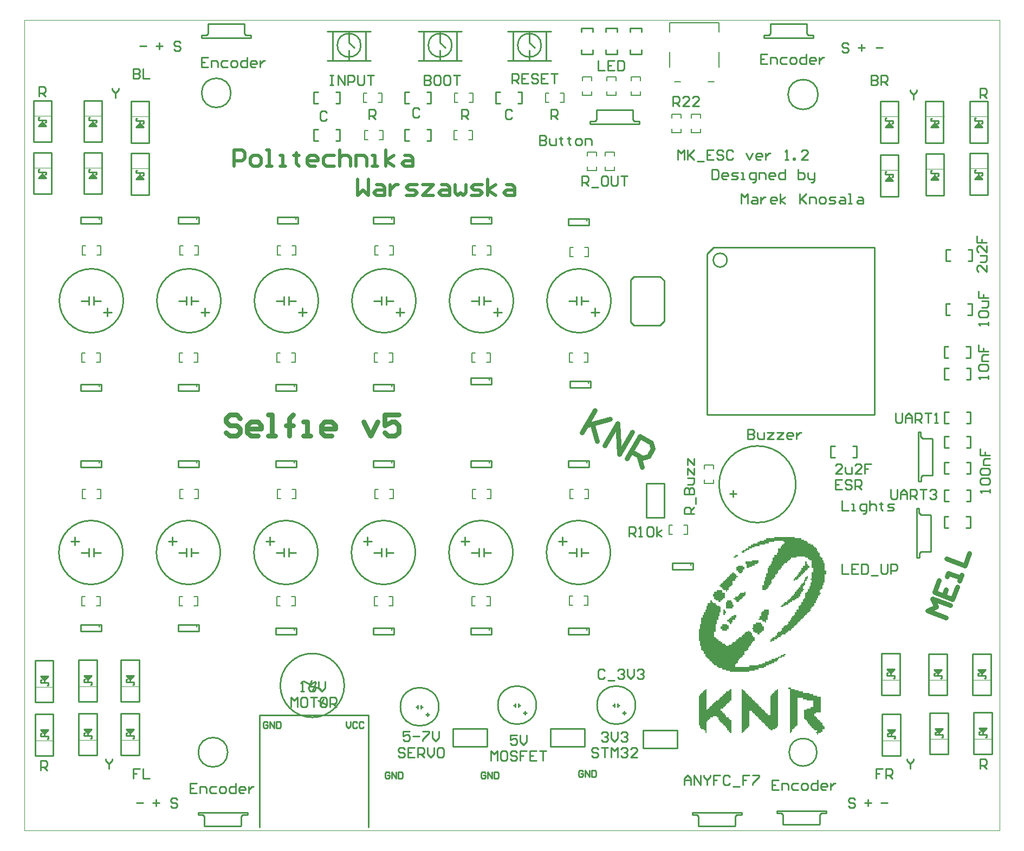
<source format=gto>
G04 Layer_Color=65535*
%FSAX25Y25*%
%MOIN*%
G70*
G01*
G75*
%ADD26C,0.01000*%
%ADD29C,0.00200*%
%ADD48C,0.00500*%
%ADD49C,0.00100*%
%ADD50C,0.00787*%
%ADD51C,0.02000*%
%ADD52C,0.03000*%
G36*
X0532400Y0226200D02*
X0533200D01*
Y0225400D01*
Y0224600D01*
Y0223800D01*
X0532400D01*
Y0223000D01*
X0529200D01*
Y0223800D01*
X0528400D01*
Y0224600D01*
Y0225400D01*
X0529200D01*
Y0226200D01*
Y0227000D01*
X0532400D01*
Y0226200D01*
D02*
G37*
G36*
X0553200Y0227000D02*
X0554000D01*
Y0226200D01*
Y0225400D01*
X0554800D01*
Y0224600D01*
Y0223800D01*
Y0223000D01*
X0554000D01*
Y0222200D01*
X0553200D01*
Y0221400D01*
X0552400D01*
Y0220600D01*
X0550800D01*
Y0221400D01*
X0549200D01*
Y0222200D01*
X0548400D01*
Y0223000D01*
Y0223800D01*
X0547600D01*
Y0224600D01*
X0548400D01*
Y0225400D01*
Y0226200D01*
Y0227000D01*
X0550000D01*
Y0227800D01*
X0553200D01*
Y0227000D01*
D02*
G37*
G36*
X0558000Y0235000D02*
Y0234200D01*
Y0233400D01*
Y0232600D01*
X0557200D01*
Y0231800D01*
Y0231000D01*
Y0230200D01*
Y0229400D01*
X0556400D01*
Y0228600D01*
Y0227800D01*
X0555600D01*
Y0228600D01*
X0554000D01*
Y0229400D01*
X0551600D01*
Y0230200D01*
X0552400D01*
Y0231000D01*
Y0231800D01*
X0553200D01*
Y0232600D01*
Y0233400D01*
Y0234200D01*
X0554000D01*
Y0235000D01*
X0554800D01*
Y0235800D01*
X0558000D01*
Y0235000D01*
D02*
G37*
G36*
X0538000Y0231800D02*
Y0231000D01*
X0537200D01*
Y0230200D01*
Y0229400D01*
X0535600D01*
Y0228600D01*
Y0227800D01*
X0534800D01*
Y0227000D01*
X0534000D01*
Y0227800D01*
X0533200D01*
Y0228600D01*
X0532400D01*
Y0229400D01*
X0533200D01*
Y0230200D01*
X0534000D01*
Y0231000D01*
X0534800D01*
Y0231800D01*
X0536400D01*
Y0232600D01*
X0538000D01*
Y0231800D01*
D02*
G37*
G36*
X0574000Y0279800D02*
X0578000D01*
Y0279000D01*
X0579600D01*
Y0278200D01*
X0581200D01*
Y0277400D01*
X0582000D01*
Y0276600D01*
X0583600D01*
Y0275800D01*
X0585200D01*
Y0275000D01*
X0586000D01*
Y0274200D01*
X0586800D01*
Y0273400D01*
X0587600D01*
Y0272600D01*
Y0271800D01*
X0588400D01*
Y0271000D01*
X0589200D01*
Y0270200D01*
Y0269400D01*
Y0268600D01*
X0590000D01*
Y0267800D01*
X0590800D01*
Y0267000D01*
Y0266200D01*
X0591600D01*
Y0265400D01*
Y0264600D01*
X0592400D01*
Y0263800D01*
Y0263000D01*
Y0262200D01*
Y0261400D01*
Y0260600D01*
Y0259800D01*
X0593200D01*
Y0259000D01*
Y0258200D01*
Y0257400D01*
X0592400D01*
Y0256600D01*
Y0255800D01*
Y0255000D01*
Y0254200D01*
Y0253400D01*
Y0252600D01*
X0591600D01*
Y0251800D01*
Y0251000D01*
X0590800D01*
Y0250200D01*
Y0249400D01*
Y0248600D01*
X0590000D01*
Y0247800D01*
X0589200D01*
Y0247000D01*
Y0246200D01*
X0590000D01*
Y0245400D01*
X0589200D01*
Y0244600D01*
X0588400D01*
Y0243800D01*
Y0243000D01*
X0587600D01*
Y0242200D01*
Y0241400D01*
X0586800D01*
Y0240600D01*
Y0239800D01*
X0586000D01*
Y0239000D01*
Y0238200D01*
X0585200D01*
Y0237400D01*
X0584400D01*
Y0236600D01*
X0583600D01*
Y0235800D01*
Y0235000D01*
X0582800D01*
Y0234200D01*
X0582000D01*
Y0233400D01*
X0581200D01*
Y0232600D01*
X0580400D01*
Y0231800D01*
X0579600D01*
Y0231000D01*
X0578800D01*
Y0230200D01*
X0578000D01*
Y0229400D01*
X0577200D01*
Y0228600D01*
X0576400D01*
Y0227800D01*
X0575600D01*
Y0227000D01*
X0574800D01*
Y0226200D01*
X0574000D01*
Y0225400D01*
X0573200D01*
Y0224600D01*
X0572400D01*
Y0223800D01*
X0571600D01*
Y0223000D01*
X0570000D01*
Y0222200D01*
X0569200D01*
Y0221400D01*
X0568400D01*
Y0220600D01*
X0566000D01*
Y0219800D01*
X0565200D01*
Y0219000D01*
X0563600D01*
Y0218200D01*
X0562800D01*
Y0217400D01*
X0561200D01*
Y0216600D01*
X0559600D01*
Y0215800D01*
X0558800D01*
Y0216600D01*
Y0217400D01*
X0559600D01*
Y0218200D01*
X0560400D01*
Y0219000D01*
X0562000D01*
Y0219800D01*
X0562800D01*
Y0220600D01*
Y0221400D01*
X0563600D01*
Y0222200D01*
X0565200D01*
Y0223000D01*
X0566000D01*
Y0223800D01*
Y0224600D01*
X0566800D01*
Y0225400D01*
X0567600D01*
Y0226200D01*
X0569200D01*
Y0227000D01*
X0570000D01*
Y0227800D01*
Y0228600D01*
X0570800D01*
Y0229400D01*
X0571600D01*
Y0230200D01*
Y0231000D01*
X0572400D01*
Y0231800D01*
X0573200D01*
Y0232600D01*
X0574000D01*
Y0233400D01*
Y0234200D01*
X0574800D01*
Y0235000D01*
Y0235800D01*
X0576400D01*
Y0236600D01*
Y0237400D01*
Y0238200D01*
X0577200D01*
Y0239000D01*
X0578000D01*
Y0239800D01*
Y0240600D01*
X0578800D01*
Y0241400D01*
Y0242200D01*
X0579600D01*
Y0243000D01*
X0580400D01*
Y0243800D01*
Y0244600D01*
Y0245400D01*
Y0246200D01*
X0581200D01*
Y0247000D01*
X0582000D01*
Y0247800D01*
Y0248600D01*
X0582800D01*
Y0249400D01*
Y0250200D01*
X0583600D01*
Y0251000D01*
Y0251800D01*
Y0252600D01*
X0584400D01*
Y0253400D01*
Y0254200D01*
X0583600D01*
Y0255000D01*
X0584400D01*
Y0255800D01*
Y0256600D01*
Y0257400D01*
Y0258200D01*
Y0259000D01*
X0585200D01*
Y0259800D01*
Y0260600D01*
Y0261400D01*
X0584400D01*
Y0262200D01*
Y0263000D01*
Y0263800D01*
Y0264600D01*
Y0265400D01*
Y0266200D01*
X0582800D01*
Y0267000D01*
X0582000D01*
Y0267800D01*
X0580400D01*
Y0268600D01*
X0574800D01*
Y0267800D01*
X0571600D01*
Y0267000D01*
X0570800D01*
Y0266200D01*
X0570000D01*
Y0265400D01*
X0569200D01*
Y0264600D01*
X0567600D01*
Y0263800D01*
X0566800D01*
Y0263000D01*
X0566000D01*
Y0262200D01*
Y0261400D01*
X0565200D01*
Y0260600D01*
X0564400D01*
Y0259800D01*
X0563600D01*
Y0259000D01*
Y0258200D01*
X0562800D01*
Y0257400D01*
X0562000D01*
Y0256600D01*
Y0255800D01*
X0561200D01*
Y0255000D01*
X0560400D01*
Y0254200D01*
X0559600D01*
Y0253400D01*
Y0252600D01*
Y0251800D01*
X0558800D01*
Y0251000D01*
X0558000D01*
Y0250200D01*
Y0249400D01*
X0557200D01*
Y0248600D01*
X0556400D01*
Y0247800D01*
X0554000D01*
Y0248600D01*
Y0249400D01*
Y0250200D01*
Y0251000D01*
X0554800D01*
Y0251800D01*
Y0252600D01*
Y0253400D01*
X0555600D01*
Y0254200D01*
Y0255000D01*
Y0255800D01*
X0556400D01*
Y0256600D01*
Y0257400D01*
Y0258200D01*
X0557200D01*
Y0259000D01*
Y0259800D01*
Y0260600D01*
Y0261400D01*
X0558000D01*
Y0262200D01*
Y0263000D01*
X0558800D01*
Y0263800D01*
X0559600D01*
Y0264600D01*
Y0265400D01*
X0560400D01*
Y0266200D01*
Y0267000D01*
Y0267800D01*
X0561200D01*
Y0268600D01*
Y0269400D01*
X0562800D01*
Y0270200D01*
Y0271000D01*
X0563600D01*
Y0271800D01*
Y0272600D01*
Y0273400D01*
X0565200D01*
Y0274200D01*
Y0275000D01*
X0566000D01*
Y0275800D01*
X0566800D01*
Y0276600D01*
X0567600D01*
Y0277400D01*
X0566800D01*
Y0278200D01*
X0561200D01*
Y0277400D01*
X0558000D01*
Y0276600D01*
X0555600D01*
Y0275800D01*
X0552400D01*
Y0275000D01*
X0549200D01*
Y0274200D01*
X0547600D01*
Y0273400D01*
X0546000D01*
Y0272600D01*
X0544400D01*
Y0271800D01*
X0542800D01*
Y0271000D01*
X0541200D01*
Y0271800D01*
X0542000D01*
Y0272600D01*
X0543600D01*
Y0273400D01*
X0545200D01*
Y0274200D01*
Y0275000D01*
X0546800D01*
Y0275800D01*
X0548400D01*
Y0276600D01*
X0550800D01*
Y0277400D01*
X0552400D01*
Y0278200D01*
X0554800D01*
Y0279000D01*
X0556400D01*
Y0279800D01*
X0561200D01*
Y0280600D01*
X0574000D01*
Y0279800D01*
D02*
G37*
G36*
X0563600Y0186200D02*
Y0185400D01*
Y0184600D01*
Y0183800D01*
Y0183000D01*
Y0182200D01*
Y0181400D01*
Y0180600D01*
Y0179800D01*
Y0179000D01*
Y0178200D01*
Y0177400D01*
Y0176600D01*
Y0175800D01*
Y0175000D01*
Y0174200D01*
Y0173400D01*
Y0172600D01*
Y0171800D01*
Y0171000D01*
Y0170200D01*
Y0169400D01*
Y0168600D01*
Y0167800D01*
Y0167000D01*
Y0166200D01*
Y0165400D01*
Y0164600D01*
Y0163800D01*
X0562800D01*
Y0163000D01*
X0562000D01*
Y0162200D01*
X0560400D01*
Y0161400D01*
X0558800D01*
Y0162200D01*
X0558000D01*
Y0163000D01*
X0557200D01*
Y0163800D01*
X0556400D01*
Y0164600D01*
X0555600D01*
Y0165400D01*
X0554800D01*
Y0166200D01*
X0554000D01*
Y0167000D01*
X0553200D01*
Y0167800D01*
X0552400D01*
Y0168600D01*
X0551600D01*
Y0169400D01*
X0550800D01*
Y0170200D01*
X0550000D01*
Y0171000D01*
X0549200D01*
Y0171800D01*
X0548400D01*
Y0172600D01*
X0547600D01*
Y0173400D01*
X0546000D01*
Y0172600D01*
Y0171800D01*
Y0171000D01*
Y0170200D01*
Y0169400D01*
Y0168600D01*
Y0167800D01*
Y0167000D01*
Y0166200D01*
Y0165400D01*
Y0164600D01*
Y0163800D01*
X0545200D01*
Y0163000D01*
X0544400D01*
Y0162200D01*
X0543600D01*
Y0161400D01*
X0542800D01*
Y0160600D01*
X0542000D01*
Y0159800D01*
X0541200D01*
Y0160600D01*
Y0161400D01*
Y0162200D01*
Y0163000D01*
Y0163800D01*
Y0164600D01*
Y0165400D01*
Y0166200D01*
Y0167000D01*
Y0167800D01*
Y0168600D01*
Y0169400D01*
Y0170200D01*
Y0171000D01*
Y0171800D01*
Y0172600D01*
Y0173400D01*
Y0174200D01*
Y0175000D01*
Y0175800D01*
Y0176600D01*
Y0177400D01*
Y0178200D01*
Y0179000D01*
Y0179800D01*
Y0180600D01*
Y0181400D01*
Y0182200D01*
Y0183000D01*
Y0183800D01*
Y0184600D01*
Y0185400D01*
Y0186200D01*
Y0187000D01*
X0542000D01*
Y0186200D01*
X0542800D01*
Y0185400D01*
X0543600D01*
Y0184600D01*
X0544400D01*
Y0183800D01*
X0545200D01*
Y0183000D01*
X0546000D01*
Y0182200D01*
X0546800D01*
Y0181400D01*
X0547600D01*
Y0180600D01*
X0548400D01*
Y0179800D01*
X0549200D01*
Y0179000D01*
X0550000D01*
Y0178200D01*
X0550800D01*
Y0177400D01*
X0551600D01*
Y0176600D01*
X0552400D01*
Y0175800D01*
X0553200D01*
Y0175000D01*
X0554000D01*
Y0174200D01*
X0554800D01*
Y0173400D01*
X0555600D01*
Y0172600D01*
X0556400D01*
Y0171800D01*
X0557200D01*
Y0171000D01*
X0558800D01*
Y0171800D01*
Y0172600D01*
Y0173400D01*
Y0174200D01*
Y0175000D01*
Y0175800D01*
Y0176600D01*
Y0177400D01*
Y0178200D01*
Y0179000D01*
Y0179800D01*
Y0180600D01*
Y0181400D01*
Y0182200D01*
Y0183000D01*
X0559600D01*
Y0183800D01*
X0560400D01*
Y0184600D01*
X0561200D01*
Y0185400D01*
X0562000D01*
Y0186200D01*
X0562800D01*
Y0187000D01*
X0563600D01*
Y0186200D01*
D02*
G37*
G36*
X0571600Y0187000D02*
X0574000D01*
Y0186200D01*
X0576400D01*
Y0185400D01*
X0578800D01*
Y0184600D01*
X0582800D01*
Y0183800D01*
X0585200D01*
Y0183000D01*
X0587600D01*
Y0182200D01*
X0590000D01*
Y0181400D01*
Y0180600D01*
Y0179800D01*
Y0179000D01*
Y0178200D01*
Y0177400D01*
Y0176600D01*
Y0175800D01*
Y0175000D01*
Y0174200D01*
Y0173400D01*
Y0172600D01*
X0586800D01*
Y0171800D01*
X0586000D01*
Y0171000D01*
Y0170200D01*
X0586800D01*
Y0169400D01*
X0587600D01*
Y0168600D01*
X0588400D01*
Y0167800D01*
X0589200D01*
Y0167000D01*
X0590000D01*
Y0166200D01*
X0590800D01*
Y0165400D01*
Y0164600D01*
X0591600D01*
Y0163800D01*
X0592400D01*
Y0163000D01*
Y0162200D01*
X0590800D01*
Y0161400D01*
Y0160600D01*
X0590000D01*
Y0159800D01*
X0588400D01*
Y0159000D01*
X0587600D01*
Y0159800D01*
X0586800D01*
Y0160600D01*
X0587600D01*
Y0161400D01*
X0586000D01*
Y0162200D01*
X0585200D01*
Y0163000D01*
X0584400D01*
Y0163800D01*
X0583600D01*
Y0164600D01*
X0582800D01*
Y0165400D01*
X0582000D01*
Y0166200D01*
Y0167000D01*
X0581200D01*
Y0167800D01*
X0580400D01*
Y0168600D01*
X0579600D01*
Y0169400D01*
Y0170200D01*
Y0171000D01*
Y0171800D01*
Y0172600D01*
Y0173400D01*
Y0174200D01*
X0581200D01*
Y0175000D01*
X0583600D01*
Y0175800D01*
X0585200D01*
Y0176600D01*
Y0177400D01*
Y0178200D01*
Y0179000D01*
Y0179800D01*
X0581200D01*
Y0180600D01*
X0578800D01*
Y0181400D01*
X0575600D01*
Y0180600D01*
Y0179800D01*
Y0179000D01*
Y0178200D01*
Y0177400D01*
Y0176600D01*
Y0175800D01*
Y0175000D01*
Y0174200D01*
Y0173400D01*
Y0172600D01*
Y0171800D01*
Y0171000D01*
Y0170200D01*
Y0169400D01*
Y0168600D01*
Y0167800D01*
Y0167000D01*
Y0166200D01*
Y0165400D01*
Y0164600D01*
X0574800D01*
Y0163800D01*
X0574000D01*
Y0163000D01*
X0573200D01*
Y0162200D01*
X0572400D01*
Y0161400D01*
Y0160600D01*
X0571600D01*
Y0159800D01*
X0570800D01*
Y0160600D01*
Y0161400D01*
Y0162200D01*
Y0163000D01*
Y0163800D01*
Y0164600D01*
Y0165400D01*
Y0166200D01*
Y0167000D01*
Y0167800D01*
Y0168600D01*
Y0169400D01*
Y0170200D01*
Y0171000D01*
Y0171800D01*
Y0172600D01*
Y0173400D01*
Y0174200D01*
Y0175000D01*
Y0175800D01*
Y0176600D01*
Y0177400D01*
Y0178200D01*
Y0179000D01*
Y0179800D01*
Y0180600D01*
Y0181400D01*
Y0182200D01*
Y0183000D01*
Y0183800D01*
Y0184600D01*
Y0185400D01*
Y0186200D01*
Y0187000D01*
X0570000D01*
Y0187800D01*
X0571600D01*
Y0187000D01*
D02*
G37*
G36*
X0522800Y0240600D02*
X0523600D01*
Y0239800D01*
X0525200D01*
Y0239000D01*
X0526000D01*
Y0238200D01*
X0527600D01*
Y0237400D01*
X0528400D01*
Y0236600D01*
Y0235800D01*
Y0235000D01*
Y0234200D01*
X0527600D01*
Y0233400D01*
Y0232600D01*
Y0231800D01*
X0526800D01*
Y0231000D01*
Y0230200D01*
Y0229400D01*
X0526000D01*
Y0228600D01*
Y0227800D01*
Y0227000D01*
X0525200D01*
Y0226200D01*
Y0225400D01*
Y0224600D01*
Y0223800D01*
Y0223000D01*
Y0222200D01*
X0524400D01*
Y0221400D01*
Y0220600D01*
Y0219800D01*
Y0219000D01*
X0525200D01*
Y0218200D01*
X0526000D01*
Y0217400D01*
X0526800D01*
Y0216600D01*
X0528400D01*
Y0215800D01*
X0529200D01*
Y0215000D01*
X0530800D01*
Y0214200D01*
X0531600D01*
Y0213400D01*
X0533200D01*
Y0214200D01*
X0534800D01*
Y0215000D01*
X0535600D01*
Y0215800D01*
X0537200D01*
Y0216600D01*
X0538000D01*
Y0217400D01*
X0538800D01*
Y0218200D01*
X0539600D01*
Y0219000D01*
X0541200D01*
Y0219800D01*
X0542000D01*
Y0220600D01*
X0542800D01*
Y0221400D01*
X0543600D01*
Y0222200D01*
X0545200D01*
Y0223000D01*
X0546000D01*
Y0222200D01*
X0546800D01*
Y0221400D01*
X0547600D01*
Y0220600D01*
Y0219800D01*
X0548400D01*
Y0219000D01*
X0549200D01*
Y0218200D01*
Y0217400D01*
Y0216600D01*
X0548400D01*
Y0215800D01*
X0547600D01*
Y0215000D01*
X0546800D01*
Y0214200D01*
Y0213400D01*
X0546000D01*
Y0212600D01*
X0545200D01*
Y0211800D01*
Y0211000D01*
X0544400D01*
Y0210200D01*
X0542800D01*
Y0209400D01*
Y0208600D01*
Y0207800D01*
X0542000D01*
Y0207000D01*
X0541200D01*
Y0206200D01*
X0540400D01*
Y0205400D01*
X0539600D01*
Y0204600D01*
X0538800D01*
Y0203800D01*
Y0203000D01*
X0538000D01*
Y0202200D01*
X0537200D01*
Y0201400D01*
Y0200600D01*
X0546000D01*
Y0201400D01*
X0551600D01*
Y0202200D01*
X0554000D01*
Y0203000D01*
X0555600D01*
Y0203800D01*
X0558000D01*
Y0204600D01*
X0559600D01*
Y0205400D01*
X0562000D01*
Y0206200D01*
X0563600D01*
Y0207000D01*
X0565200D01*
Y0207800D01*
X0566800D01*
Y0208600D01*
X0568400D01*
Y0207800D01*
X0567600D01*
Y0207000D01*
X0566000D01*
Y0206200D01*
X0564400D01*
Y0205400D01*
X0563600D01*
Y0204600D01*
X0562800D01*
Y0203800D01*
X0561200D01*
Y0203000D01*
X0559600D01*
Y0202200D01*
X0558000D01*
Y0201400D01*
X0556400D01*
Y0200600D01*
X0554800D01*
Y0199800D01*
X0551600D01*
Y0199000D01*
X0549200D01*
Y0198200D01*
X0546000D01*
Y0197400D01*
X0534000D01*
Y0198200D01*
X0531600D01*
Y0199000D01*
X0529200D01*
Y0199800D01*
X0526800D01*
Y0200600D01*
X0526000D01*
Y0201400D01*
X0524400D01*
Y0202200D01*
X0523600D01*
Y0203000D01*
X0522800D01*
Y0203800D01*
X0522000D01*
Y0204600D01*
X0521200D01*
Y0205400D01*
X0520400D01*
Y0206200D01*
X0519600D01*
Y0207000D01*
X0518800D01*
Y0207800D01*
Y0208600D01*
X0518000D01*
Y0209400D01*
Y0210200D01*
X0517200D01*
Y0211000D01*
X0516400D01*
Y0211800D01*
Y0212600D01*
Y0213400D01*
X0515600D01*
Y0214200D01*
Y0215000D01*
Y0215800D01*
Y0216600D01*
X0514800D01*
Y0217400D01*
Y0218200D01*
Y0219000D01*
Y0219800D01*
Y0220600D01*
Y0221400D01*
Y0222200D01*
Y0223000D01*
Y0223800D01*
X0515600D01*
Y0224600D01*
Y0225400D01*
Y0226200D01*
Y0227000D01*
X0516400D01*
Y0227800D01*
Y0228600D01*
Y0229400D01*
Y0230200D01*
Y0231000D01*
X0517200D01*
Y0231800D01*
Y0232600D01*
X0518000D01*
Y0233400D01*
Y0234200D01*
X0518800D01*
Y0235000D01*
Y0235800D01*
X0519600D01*
Y0236600D01*
Y0237400D01*
Y0238200D01*
X0520400D01*
Y0239000D01*
Y0239800D01*
X0522000D01*
Y0240600D01*
Y0241400D01*
X0522800D01*
Y0240600D01*
D02*
G37*
G36*
X0534800Y0186200D02*
Y0185400D01*
Y0184600D01*
Y0183800D01*
Y0183000D01*
Y0182200D01*
Y0181400D01*
Y0180600D01*
Y0179800D01*
X0534000D01*
Y0179000D01*
X0533200D01*
Y0178200D01*
X0532400D01*
Y0177400D01*
X0531600D01*
Y0176600D01*
X0530800D01*
Y0175800D01*
X0530000D01*
Y0175000D01*
X0528400D01*
Y0174200D01*
Y0173400D01*
X0529200D01*
Y0172600D01*
X0530000D01*
Y0171800D01*
X0530800D01*
Y0171000D01*
X0531600D01*
Y0170200D01*
Y0169400D01*
X0533200D01*
Y0168600D01*
X0534000D01*
Y0167800D01*
X0534800D01*
Y0167000D01*
Y0166200D01*
Y0165400D01*
Y0164600D01*
Y0163800D01*
Y0163000D01*
Y0162200D01*
Y0161400D01*
Y0160600D01*
Y0159800D01*
X0534000D01*
Y0160600D01*
X0533200D01*
Y0161400D01*
X0532400D01*
Y0162200D01*
Y0163000D01*
X0531600D01*
Y0163800D01*
X0530800D01*
Y0164600D01*
X0530000D01*
Y0165400D01*
X0529200D01*
Y0166200D01*
X0528400D01*
Y0167000D01*
X0527600D01*
Y0167800D01*
X0526800D01*
Y0168600D01*
Y0169400D01*
X0526000D01*
Y0170200D01*
X0523600D01*
Y0169400D01*
X0522000D01*
Y0168600D01*
X0521200D01*
Y0167800D01*
X0520400D01*
Y0167000D01*
X0519600D01*
Y0166200D01*
Y0165400D01*
Y0164600D01*
Y0163800D01*
Y0163000D01*
Y0162200D01*
Y0161400D01*
Y0160600D01*
Y0159800D01*
X0518800D01*
Y0160600D01*
Y0161400D01*
X0518000D01*
Y0162200D01*
X0516400D01*
Y0163000D01*
X0515600D01*
Y0163800D01*
Y0164600D01*
X0514800D01*
Y0165400D01*
Y0166200D01*
Y0167000D01*
Y0167800D01*
Y0168600D01*
Y0169400D01*
Y0170200D01*
Y0171000D01*
Y0171800D01*
Y0172600D01*
Y0173400D01*
Y0174200D01*
Y0175000D01*
Y0175800D01*
Y0176600D01*
Y0177400D01*
Y0178200D01*
Y0179000D01*
Y0179800D01*
Y0180600D01*
Y0181400D01*
Y0182200D01*
Y0183000D01*
X0515600D01*
Y0183800D01*
X0516400D01*
Y0184600D01*
X0517200D01*
Y0185400D01*
X0518000D01*
Y0186200D01*
X0518800D01*
Y0187000D01*
X0519600D01*
Y0186200D01*
Y0185400D01*
Y0184600D01*
Y0183800D01*
Y0183000D01*
Y0182200D01*
Y0181400D01*
Y0180600D01*
Y0179800D01*
Y0179000D01*
Y0178200D01*
Y0177400D01*
Y0176600D01*
Y0175800D01*
Y0175000D01*
Y0174200D01*
X0520400D01*
Y0175000D01*
X0521200D01*
Y0175800D01*
X0522000D01*
Y0176600D01*
X0522800D01*
Y0177400D01*
X0523600D01*
Y0178200D01*
X0524400D01*
Y0179000D01*
X0525200D01*
Y0179800D01*
X0526800D01*
Y0180600D01*
X0527600D01*
Y0181400D01*
X0528400D01*
Y0182200D01*
X0529200D01*
Y0183000D01*
X0530000D01*
Y0183800D01*
X0530800D01*
Y0184600D01*
X0531600D01*
Y0185400D01*
X0533200D01*
Y0186200D01*
X0534000D01*
Y0187000D01*
X0534800D01*
Y0186200D01*
D02*
G37*
G36*
X0530800Y0235000D02*
X0531600D01*
Y0234200D01*
Y0233400D01*
X0530800D01*
Y0232600D01*
X0530000D01*
Y0233400D01*
Y0234200D01*
Y0235000D01*
Y0235800D01*
X0530800D01*
Y0235000D01*
D02*
G37*
G36*
X0542000Y0262200D02*
X0542800D01*
Y0261400D01*
Y0260600D01*
X0542000D01*
Y0259800D01*
Y0259000D01*
X0541200D01*
Y0258200D01*
X0539600D01*
Y0259000D01*
X0538800D01*
Y0259800D01*
X0538000D01*
Y0260600D01*
Y0261400D01*
Y0262200D01*
X0538800D01*
Y0263000D01*
X0542000D01*
Y0262200D01*
D02*
G37*
G36*
X0581200Y0264600D02*
Y0263800D01*
X0582000D01*
Y0263000D01*
X0582800D01*
Y0262200D01*
Y0261400D01*
X0582000D01*
Y0260600D01*
X0581200D01*
Y0259800D01*
X0580400D01*
Y0259000D01*
X0579600D01*
Y0258200D01*
X0578800D01*
Y0257400D01*
X0578000D01*
Y0256600D01*
X0577200D01*
Y0255800D01*
X0576400D01*
Y0255000D01*
X0575600D01*
Y0254200D01*
X0574000D01*
Y0253400D01*
X0573200D01*
Y0254200D01*
Y0255000D01*
X0574000D01*
Y0255800D01*
X0574800D01*
Y0256600D01*
X0575600D01*
Y0257400D01*
X0576400D01*
Y0258200D01*
Y0259000D01*
X0577200D01*
Y0259800D01*
X0578000D01*
Y0260600D01*
Y0261400D01*
X0578800D01*
Y0262200D01*
Y0263000D01*
X0580400D01*
Y0263800D01*
Y0264600D01*
Y0265400D01*
X0581200D01*
Y0264600D01*
D02*
G37*
G36*
X0538800Y0268600D02*
X0538000D01*
Y0267800D01*
X0536400D01*
Y0268600D01*
X0537200D01*
Y0269400D01*
X0538800D01*
Y0268600D01*
D02*
G37*
G36*
X0551600Y0265400D02*
Y0264600D01*
X0550800D01*
Y0263800D01*
X0549200D01*
Y0263000D01*
X0547600D01*
Y0262200D01*
X0546000D01*
Y0261400D01*
X0544400D01*
Y0262200D01*
Y0263000D01*
Y0263800D01*
X0543600D01*
Y0264600D01*
Y0265400D01*
X0547600D01*
Y0266200D01*
X0551600D01*
Y0265400D01*
D02*
G37*
G36*
X0536400Y0258200D02*
X0537200D01*
Y0257400D01*
X0538000D01*
Y0256600D01*
X0538800D01*
Y0255800D01*
X0538000D01*
Y0255000D01*
X0537200D01*
Y0254200D01*
Y0253400D01*
X0535600D01*
Y0252600D01*
Y0251800D01*
Y0251000D01*
X0534800D01*
Y0250200D01*
X0534000D01*
Y0249400D01*
X0533200D01*
Y0248600D01*
Y0247800D01*
X0532400D01*
Y0247000D01*
X0531600D01*
Y0247800D01*
X0530000D01*
Y0248600D01*
X0529200D01*
Y0249400D01*
X0528400D01*
Y0250200D01*
X0527600D01*
Y0251000D01*
X0528400D01*
Y0251800D01*
X0529200D01*
Y0252600D01*
X0530000D01*
Y0253400D01*
X0530800D01*
Y0254200D01*
X0531600D01*
Y0255000D01*
X0532400D01*
Y0255800D01*
X0533200D01*
Y0256600D01*
X0534000D01*
Y0257400D01*
X0534800D01*
Y0258200D01*
X0535600D01*
Y0259000D01*
X0536400D01*
Y0258200D01*
D02*
G37*
G36*
X0582000Y0255800D02*
Y0255000D01*
X0581200D01*
Y0254200D01*
Y0253400D01*
X0580400D01*
Y0252600D01*
Y0251800D01*
Y0251000D01*
X0579600D01*
Y0250200D01*
X0578800D01*
Y0249400D01*
Y0248600D01*
X0579600D01*
Y0247800D01*
X0578800D01*
Y0247000D01*
X0578000D01*
Y0246200D01*
Y0245400D01*
X0577200D01*
Y0244600D01*
Y0243800D01*
X0576400D01*
Y0243000D01*
X0574800D01*
Y0242200D01*
X0574000D01*
Y0241400D01*
X0572400D01*
Y0240600D01*
X0570800D01*
Y0239800D01*
X0570000D01*
Y0239000D01*
X0568400D01*
Y0238200D01*
X0566800D01*
Y0237400D01*
X0565200D01*
Y0238200D01*
X0566000D01*
Y0239000D01*
X0566800D01*
Y0239800D01*
X0567600D01*
Y0240600D01*
X0569200D01*
Y0241400D01*
X0570000D01*
Y0242200D01*
X0570800D01*
Y0243000D01*
X0571600D01*
Y0243800D01*
X0572400D01*
Y0244600D01*
X0573200D01*
Y0245400D01*
X0574000D01*
Y0246200D01*
Y0247000D01*
X0574800D01*
Y0247800D01*
X0575600D01*
Y0248600D01*
X0576400D01*
Y0249400D01*
X0577200D01*
Y0250200D01*
Y0251000D01*
X0578000D01*
Y0251800D01*
X0578800D01*
Y0252600D01*
X0579600D01*
Y0253400D01*
Y0254200D01*
X0580400D01*
Y0255000D01*
Y0255800D01*
X0581200D01*
Y0256600D01*
X0582000D01*
Y0255800D01*
D02*
G37*
G36*
X0534800Y0240600D02*
X0535600D01*
Y0239800D01*
Y0239000D01*
X0536400D01*
Y0238200D01*
Y0237400D01*
X0535600D01*
Y0236600D01*
X0531600D01*
Y0237400D01*
Y0238200D01*
Y0239000D01*
Y0239800D01*
Y0240600D01*
X0532400D01*
Y0241400D01*
X0534800D01*
Y0240600D01*
D02*
G37*
G36*
X0543600Y0246200D02*
Y0245400D01*
Y0244600D01*
X0542800D01*
Y0243800D01*
X0542000D01*
Y0243000D01*
X0541200D01*
Y0242200D01*
X0540400D01*
Y0241400D01*
X0539600D01*
Y0240600D01*
X0538000D01*
Y0241400D01*
X0537200D01*
Y0242200D01*
X0536400D01*
Y0243000D01*
X0537200D01*
Y0243800D01*
X0538800D01*
Y0244600D01*
X0539600D01*
Y0245400D01*
X0540400D01*
Y0246200D01*
X0542800D01*
Y0247000D01*
X0543600D01*
Y0246200D01*
D02*
G37*
G36*
X0529200Y0247000D02*
Y0246200D01*
X0530800D01*
Y0245400D01*
Y0244600D01*
Y0243800D01*
Y0243000D01*
X0530000D01*
Y0242200D01*
X0529200D01*
Y0241400D01*
X0528400D01*
Y0240600D01*
X0526800D01*
Y0241400D01*
X0525200D01*
Y0242200D01*
X0524400D01*
Y0243000D01*
Y0243800D01*
X0523600D01*
Y0244600D01*
Y0245400D01*
X0524400D01*
Y0246200D01*
Y0247000D01*
X0526000D01*
Y0247800D01*
X0529200D01*
Y0247000D01*
D02*
G37*
D26*
X0354890Y0176000D02*
G03*
X0354890Y0176000I-0011811J0000000D01*
G01*
X0414890Y0177000D02*
G03*
X0414890Y0177000I-0011811J0000000D01*
G01*
X0475890D02*
G03*
X0475890Y0177000I-0011811J0000000D01*
G01*
X0296765Y0189160D02*
G03*
X0296765Y0189160I-0019685J0000000D01*
G01*
X0417944Y0583339D02*
G03*
X0417944Y0583339I-0007260J0000000D01*
G01*
X0362945D02*
G03*
X0362945Y0583339I-0007260J0000000D01*
G01*
X0306944D02*
G03*
X0306944Y0583339I-0007260J0000000D01*
G01*
X0574583Y0313000D02*
G03*
X0574583Y0313000I-0023622J0000000D01*
G01*
X0385960Y0326340D02*
G03*
X0385960Y0326340I-0000020J0000000D01*
G01*
X0145960Y0476340D02*
G03*
X0145960Y0476340I-0000020J0000000D01*
G01*
X0446960Y0375340D02*
G03*
X0446960Y0375340I-0000020J0000000D01*
G01*
X0325960Y0326340D02*
G03*
X0325960Y0326340I-0000020J0000000D01*
G01*
X0266960Y0476340D02*
G03*
X0266960Y0476340I-0000020J0000000D01*
G01*
X0385960Y0377340D02*
G03*
X0385960Y0377340I-0000020J0000000D01*
G01*
X0265960Y0223340D02*
G03*
X0265960Y0223340I-0000020J0000000D01*
G01*
X0205960Y0476340D02*
G03*
X0205960Y0476340I-0000020J0000000D01*
G01*
X0325960Y0373340D02*
G03*
X0325960Y0373340I-0000020J0000000D01*
G01*
X0205960Y0225340D02*
G03*
X0205960Y0225340I-0000020J0000000D01*
G01*
X0145960Y0373340D02*
G03*
X0145960Y0373340I-0000020J0000000D01*
G01*
X0445960Y0475340D02*
G03*
X0445960Y0475340I-0000020J0000000D01*
G01*
X0532243Y0451000D02*
G03*
X0532243Y0451000I-0004243J0000000D01*
G01*
X0145960Y0225340D02*
G03*
X0145960Y0225340I-0000020J0000000D01*
G01*
X0445960Y0223340D02*
G03*
X0445960Y0223340I-0000020J0000000D01*
G01*
X0385960Y0476340D02*
G03*
X0385960Y0476340I-0000020J0000000D01*
G01*
X0265960Y0326340D02*
G03*
X0265960Y0326340I-0000020J0000000D01*
G01*
X0325960Y0476340D02*
G03*
X0325960Y0476340I-0000020J0000000D01*
G01*
X0340528Y0271000D02*
G03*
X0340528Y0271000I-0019685J0000000D01*
G01*
X0400528D02*
G03*
X0400528Y0271000I-0019685J0000000D01*
G01*
X0460528D02*
G03*
X0460528Y0271000I-0019685J0000000D01*
G01*
X0340843Y0426000D02*
G03*
X0340843Y0426000I-0019685J0000000D01*
G01*
X0400843D02*
G03*
X0400843Y0426000I-0019685J0000000D01*
G01*
X0460843D02*
G03*
X0460843Y0426000I-0019685J0000000D01*
G01*
X0205960Y0326340D02*
G03*
X0205960Y0326340I-0000020J0000000D01*
G01*
X0325960Y0223340D02*
G03*
X0325960Y0223340I-0000020J0000000D01*
G01*
X0265960Y0373340D02*
G03*
X0265960Y0373340I-0000020J0000000D01*
G01*
X0160528Y0271000D02*
G03*
X0160528Y0271000I-0019685J0000000D01*
G01*
X0220528D02*
G03*
X0220528Y0271000I-0019685J0000000D01*
G01*
X0280528D02*
G03*
X0280528Y0271000I-0019685J0000000D01*
G01*
X0160843Y0426000D02*
G03*
X0160843Y0426000I-0019685J0000000D01*
G01*
X0220843D02*
G03*
X0220843Y0426000I-0019685J0000000D01*
G01*
X0280842D02*
G03*
X0280842Y0426000I-0019685J0000000D01*
G01*
X0145960Y0326340D02*
G03*
X0145960Y0326340I-0000020J0000000D01*
G01*
X0445960D02*
G03*
X0445960Y0326340I-0000020J0000000D01*
G01*
X0205960Y0373340D02*
G03*
X0205960Y0373340I-0000020J0000000D01*
G01*
X0509960Y0263340D02*
G03*
X0509960Y0263340I-0000020J0000000D01*
G01*
X0385960Y0223340D02*
G03*
X0385960Y0223340I-0000020J0000000D01*
G01*
X0588219Y0553000D02*
G03*
X0588219Y0553000I-0009219J0000000D01*
G01*
X0227000Y0554000D02*
G03*
X0227000Y0554000I-0009000J0000000D01*
G01*
X0225055Y0148000D02*
G03*
X0225055Y0148000I-0009055J0000000D01*
G01*
X0587544D02*
G03*
X0587544Y0148000I-0008544J0000000D01*
G01*
X0493500Y0307224D02*
Y0313500D01*
X0482500D02*
X0493500D01*
X0482500Y0292500D02*
Y0313500D01*
Y0292500D02*
X0493500D01*
Y0307224D01*
X0378224Y0151500D02*
X0384500D01*
Y0162500D01*
X0363500D02*
X0384500D01*
X0363500Y0151500D02*
Y0162500D01*
Y0151500D02*
X0378224D01*
X0438224D02*
X0444500D01*
Y0162500D01*
X0423500D02*
X0444500D01*
X0423500Y0151500D02*
Y0162500D01*
Y0151500D02*
X0438224D01*
X0495224Y0150500D02*
X0501500D01*
Y0161500D01*
X0480500D02*
X0501500D01*
X0480500Y0150500D02*
Y0161500D01*
Y0150500D02*
X0495224D01*
X0342094Y0176000D02*
Y0176984D01*
Y0175016D02*
Y0176000D01*
X0341110D02*
X0342094D01*
X0344063Y0175016D02*
Y0176000D01*
Y0176984D01*
Y0176000D02*
Y0176984D01*
Y0176000D02*
X0345047D01*
X0347016Y0171079D02*
X0348984D01*
X0348000Y0170094D02*
Y0172063D01*
X0408000Y0171094D02*
Y0173063D01*
X0407016Y0172079D02*
X0408984D01*
X0404063Y0177000D02*
X0405047D01*
X0404063D02*
Y0177984D01*
Y0177000D02*
Y0177984D01*
Y0176016D02*
Y0177000D01*
X0401110D02*
X0402094D01*
Y0176016D02*
Y0177000D01*
Y0177984D01*
X0463094Y0177000D02*
Y0177984D01*
Y0176016D02*
Y0177000D01*
X0462110D02*
X0463094D01*
X0465063Y0176016D02*
Y0177000D01*
Y0177984D01*
Y0177000D02*
Y0177984D01*
Y0177000D02*
X0466047D01*
X0468016Y0172079D02*
X0469984D01*
X0469000Y0171094D02*
Y0173063D01*
X0650000Y0314800D02*
X0651500D01*
X0650000D02*
Y0345200D01*
X0651400D01*
Y0342300D02*
Y0345200D01*
Y0342300D02*
X0651500Y0342200D01*
X0652500Y0341200D01*
X0658300D01*
X0658600Y0340900D01*
Y0318600D02*
Y0340900D01*
X0652500Y0318600D02*
X0658600D01*
X0651500Y0317600D02*
X0652500Y0318600D01*
X0651500Y0314800D02*
Y0317600D01*
X0478200Y0535000D02*
Y0536500D01*
X0447800Y0535000D02*
X0478200D01*
X0447800D02*
Y0536400D01*
X0450700D01*
X0450800Y0536500D01*
X0451800Y0537500D01*
Y0543300D01*
X0452100Y0543600D01*
X0474400D01*
Y0537500D02*
Y0543600D01*
Y0537500D02*
X0475400Y0536500D01*
X0478200D01*
X0649000Y0267800D02*
X0650500D01*
X0649000D02*
Y0298200D01*
X0650400D01*
Y0295300D02*
Y0298200D01*
Y0295300D02*
X0650500Y0295200D01*
X0651500Y0294200D01*
X0657300D01*
X0657600Y0293900D01*
Y0271600D02*
Y0293900D01*
X0651500Y0271600D02*
X0657600D01*
X0650500Y0270600D02*
X0651500Y0271600D01*
X0650500Y0267800D02*
Y0270600D01*
X0275577Y0189860D02*
X0276634Y0192126D01*
X0274521Y0187594D02*
X0275577Y0189860D01*
X0271499Y0191762D02*
X0275577Y0189860D01*
X0278296Y0188592D02*
X0279353Y0190858D01*
X0277240Y0186327D02*
X0278296Y0188592D01*
X0282375Y0186690D01*
X0281985Y0176390D02*
X0284098Y0180922D01*
X0280776Y0179712D02*
X0285307Y0177599D01*
X0347500Y0524500D02*
X0350000D01*
Y0531500D01*
X0347500D02*
X0350000D01*
X0334000Y0524500D02*
X0336500D01*
X0334000D02*
Y0531500D01*
X0336500D01*
X0291500Y0524500D02*
X0294000D01*
Y0531500D01*
X0291500D02*
X0294000D01*
X0278000Y0524500D02*
X0280500D01*
X0278000D02*
Y0531500D01*
X0280500D01*
X0244535Y0101882D02*
Y0170780D01*
X0311465D01*
Y0101882D02*
Y0170780D01*
X0117724Y0145857D02*
Y0171457D01*
X0106613Y0145857D02*
X0117724D01*
X0106613D02*
Y0171457D01*
X0117724D01*
X0112213Y0157850D02*
Y0158244D01*
Y0159031D02*
Y0159425D01*
X0109850D02*
X0110638D01*
X0109850Y0157850D02*
Y0159425D01*
Y0157850D02*
X0112213D01*
X0113787Y0156276D02*
X0114575D01*
Y0157850D01*
X0112213D02*
X0114575D01*
X0112213Y0158244D02*
Y0159031D01*
X0111031Y0160606D02*
X0111425Y0161000D01*
Y0161787D01*
X0112213Y0161000D01*
Y0160213D02*
Y0161000D01*
Y0160213D02*
X0113000Y0161000D01*
Y0161787D01*
X0114575D01*
X0112213Y0159425D02*
X0114575Y0161787D01*
X0109850D02*
X0112213Y0159425D01*
X0109850Y0161787D02*
X0114575D01*
X0117724Y0178857D02*
Y0204457D01*
X0106613Y0178857D02*
X0117724D01*
X0106613D02*
Y0204457D01*
X0117724D01*
X0112213Y0190850D02*
Y0191244D01*
Y0192031D02*
Y0192425D01*
X0109850D02*
X0110638D01*
X0109850Y0190850D02*
Y0192425D01*
Y0190850D02*
X0112213D01*
X0113787Y0189276D02*
X0114575D01*
Y0190850D01*
X0112213D02*
X0114575D01*
X0112213Y0191244D02*
Y0192031D01*
X0111031Y0193606D02*
X0111425Y0194000D01*
Y0194787D01*
X0112213Y0194000D01*
Y0193213D02*
Y0194000D01*
Y0193213D02*
X0113000Y0194000D01*
Y0194787D01*
X0114575D01*
X0112213Y0192425D02*
X0114575Y0194787D01*
X0109850D02*
X0112213Y0192425D01*
X0109850Y0194787D02*
X0114575D01*
X0410685Y0584913D02*
Y0586488D01*
Y0584913D02*
X0413835Y0581764D01*
X0410685Y0573890D02*
Y0580189D01*
Y0586488D02*
Y0592000D01*
X0397299D02*
X0424071D01*
X0397299Y0573890D02*
X0424071D01*
X0400449D02*
Y0592000D01*
X0420921Y0573890D02*
Y0592000D01*
X0365921Y0573890D02*
Y0592000D01*
X0345449Y0573890D02*
Y0592000D01*
X0342299Y0573890D02*
X0369071D01*
X0342299Y0592000D02*
X0369071D01*
X0355685Y0586488D02*
Y0592000D01*
Y0573890D02*
Y0580189D01*
Y0584913D02*
X0358835Y0581764D01*
X0355685Y0584913D02*
Y0586488D01*
X0299685Y0584913D02*
Y0586488D01*
Y0584913D02*
X0302835Y0581764D01*
X0299685Y0573890D02*
Y0580189D01*
Y0586488D02*
Y0592000D01*
X0286299D02*
X0313071D01*
X0286299Y0573890D02*
X0313071D01*
X0289449D02*
Y0592000D01*
X0309921Y0573890D02*
Y0592000D01*
X0534031Y0307094D02*
X0537968D01*
X0536000Y0305126D02*
Y0309063D01*
X0666858Y0424222D02*
X0669358D01*
X0666858Y0417222D02*
Y0424222D01*
Y0417222D02*
X0669358D01*
X0680358Y0424222D02*
X0682858D01*
Y0417222D02*
Y0424222D01*
X0680358Y0417222D02*
X0682858D01*
X0139638Y0533370D02*
X0144362D01*
X0142000Y0535732D02*
X0144362Y0533370D01*
X0139638D02*
X0142000Y0535732D01*
X0139638Y0533370D02*
X0141213D01*
Y0534157D01*
X0142000Y0534945D01*
Y0534157D02*
Y0534945D01*
Y0534157D02*
X0142787Y0533370D01*
Y0534157D01*
X0143181Y0534551D01*
X0142000Y0536126D02*
Y0536913D01*
X0139638Y0537307D02*
X0142000D01*
X0139638D02*
Y0538882D01*
X0140425D01*
X0142000Y0537307D02*
X0144362D01*
Y0535732D02*
Y0537307D01*
X0143575Y0535732D02*
X0144362D01*
X0142000D02*
Y0536126D01*
Y0536913D02*
Y0537307D01*
X0136488Y0523700D02*
X0147600D01*
Y0549300D01*
X0136488D02*
X0147600D01*
X0136488Y0523700D02*
Y0549300D01*
X0108638Y0533370D02*
X0113362D01*
X0111000Y0535732D02*
X0113362Y0533370D01*
X0108638D02*
X0111000Y0535732D01*
X0108638Y0533370D02*
X0110213D01*
Y0534157D01*
X0111000Y0534945D01*
Y0534157D02*
Y0534945D01*
Y0534157D02*
X0111787Y0533370D01*
Y0534157D01*
X0112181Y0534551D01*
X0111000Y0536126D02*
Y0536913D01*
X0108638Y0537307D02*
X0111000D01*
X0108638D02*
Y0538882D01*
X0109425D01*
X0111000Y0537307D02*
X0113362D01*
Y0535732D02*
Y0537307D01*
X0112575Y0535732D02*
X0113362D01*
X0111000D02*
Y0536126D01*
Y0536913D02*
Y0537307D01*
X0105488Y0523700D02*
X0116600D01*
Y0549300D01*
X0105488D02*
X0116600D01*
X0105488Y0523700D02*
Y0549300D01*
X0108638Y0501370D02*
X0113362D01*
X0111000Y0503732D02*
X0113362Y0501370D01*
X0108638D02*
X0111000Y0503732D01*
X0108638Y0501370D02*
X0110213D01*
Y0502157D01*
X0111000Y0502945D01*
Y0502157D02*
Y0502945D01*
Y0502157D02*
X0111787Y0501370D01*
Y0502157D01*
X0112181Y0502551D01*
X0111000Y0504126D02*
Y0504913D01*
X0108638Y0505307D02*
X0111000D01*
X0108638D02*
Y0506882D01*
X0109425D01*
X0111000Y0505307D02*
X0113362D01*
Y0503732D02*
Y0505307D01*
X0112575Y0503732D02*
X0113362D01*
X0111000D02*
Y0504126D01*
Y0504913D02*
Y0505307D01*
X0105488Y0491700D02*
X0116600D01*
Y0517300D01*
X0105488D02*
X0116600D01*
X0105488Y0491700D02*
Y0517300D01*
X0139638Y0501370D02*
X0144362D01*
X0142000Y0503732D02*
X0144362Y0501370D01*
X0139638D02*
X0142000Y0503732D01*
X0139638Y0501370D02*
X0141213D01*
Y0502157D01*
X0142000Y0502945D01*
Y0502157D02*
Y0502945D01*
Y0502157D02*
X0142787Y0501370D01*
Y0502157D01*
X0143181Y0502551D01*
X0142000Y0504126D02*
Y0504913D01*
X0139638Y0505307D02*
X0142000D01*
X0139638D02*
Y0506882D01*
X0140425D01*
X0142000Y0505307D02*
X0144362D01*
Y0503732D02*
Y0505307D01*
X0143575Y0503732D02*
X0144362D01*
X0142000D02*
Y0504126D01*
Y0504913D02*
Y0505307D01*
X0136488Y0491700D02*
X0147600D01*
Y0517300D01*
X0136488D02*
X0147600D01*
X0136488Y0491700D02*
Y0517300D01*
X0168638Y0500815D02*
X0173362D01*
X0171000Y0503177D02*
X0173362Y0500815D01*
X0168638D02*
X0171000Y0503177D01*
X0168638Y0500815D02*
X0170213D01*
Y0501602D01*
X0171000Y0502390D01*
Y0501602D02*
Y0502390D01*
Y0501602D02*
X0171787Y0500815D01*
Y0501602D01*
X0172181Y0501996D01*
X0171000Y0503571D02*
Y0504358D01*
X0168638Y0504752D02*
X0171000D01*
X0168638D02*
Y0506327D01*
X0169425D01*
X0171000Y0504752D02*
X0173362D01*
Y0503177D02*
Y0504752D01*
X0172575Y0503177D02*
X0173362D01*
X0171000D02*
Y0503571D01*
Y0504358D02*
Y0504752D01*
X0165488Y0491145D02*
X0176600D01*
Y0516745D01*
X0165488D02*
X0176600D01*
X0165488Y0491145D02*
Y0516745D01*
X0168638Y0532815D02*
X0173362D01*
X0171000Y0535177D02*
X0173362Y0532815D01*
X0168638D02*
X0171000Y0535177D01*
X0168638Y0532815D02*
X0170213D01*
Y0533602D01*
X0171000Y0534390D01*
Y0533602D02*
Y0534390D01*
Y0533602D02*
X0171787Y0532815D01*
Y0533602D01*
X0172181Y0533996D01*
X0171000Y0535571D02*
Y0536358D01*
X0168638Y0536752D02*
X0171000D01*
X0168638D02*
Y0538327D01*
X0169425D01*
X0171000Y0536752D02*
X0173362D01*
Y0535177D02*
Y0536752D01*
X0172575Y0535177D02*
X0173362D01*
X0171000D02*
Y0535571D01*
Y0536358D02*
Y0536752D01*
X0165488Y0523145D02*
X0176600D01*
Y0548745D01*
X0165488D02*
X0176600D01*
X0165488Y0523145D02*
Y0548745D01*
X0657457Y0532819D02*
X0662181D01*
X0659819Y0535181D02*
X0662181Y0532819D01*
X0657457D02*
X0659819Y0535181D01*
X0657457Y0532819D02*
X0659032D01*
Y0533606D01*
X0659819Y0534394D01*
Y0533606D02*
Y0534394D01*
Y0533606D02*
X0660606Y0532819D01*
Y0533606D01*
X0661000Y0534000D01*
X0659819Y0535575D02*
Y0536362D01*
X0657457Y0536756D02*
X0659819D01*
X0657457D02*
Y0538331D01*
X0658244D01*
X0659819Y0536756D02*
X0662181D01*
Y0535181D02*
Y0536756D01*
X0661394Y0535181D02*
X0662181D01*
X0659819D02*
Y0535575D01*
Y0536362D02*
Y0536756D01*
X0654307Y0523149D02*
X0665419D01*
Y0548749D01*
X0654307D02*
X0665419D01*
X0654307Y0523149D02*
Y0548749D01*
X0629638Y0532870D02*
X0634362D01*
X0632000Y0535232D02*
X0634362Y0532870D01*
X0629638D02*
X0632000Y0535232D01*
X0629638Y0532870D02*
X0631213D01*
Y0533657D01*
X0632000Y0534445D01*
Y0533657D02*
Y0534445D01*
Y0533657D02*
X0632787Y0532870D01*
Y0533657D01*
X0633181Y0534051D01*
X0632000Y0535626D02*
Y0536413D01*
X0629638Y0536807D02*
X0632000D01*
X0629638D02*
Y0538382D01*
X0630425D01*
X0632000Y0536807D02*
X0634362D01*
Y0535232D02*
Y0536807D01*
X0633575Y0535232D02*
X0634362D01*
X0632000D02*
Y0535626D01*
Y0536413D02*
Y0536807D01*
X0626488Y0523200D02*
X0637600D01*
Y0548800D01*
X0626488D02*
X0637600D01*
X0626488Y0523200D02*
Y0548800D01*
X0629638Y0499870D02*
X0634362D01*
X0632000Y0502232D02*
X0634362Y0499870D01*
X0629638D02*
X0632000Y0502232D01*
X0629638Y0499870D02*
X0631213D01*
Y0500657D01*
X0632000Y0501445D01*
Y0500657D02*
Y0501445D01*
Y0500657D02*
X0632787Y0499870D01*
Y0500657D01*
X0633181Y0501051D01*
X0632000Y0502626D02*
Y0503413D01*
X0629638Y0503807D02*
X0632000D01*
X0629638D02*
Y0505382D01*
X0630425D01*
X0632000Y0503807D02*
X0634362D01*
Y0502232D02*
Y0503807D01*
X0633575Y0502232D02*
X0634362D01*
X0632000D02*
Y0502626D01*
Y0503413D02*
Y0503807D01*
X0626488Y0490200D02*
X0637600D01*
Y0515800D01*
X0626488D02*
X0637600D01*
X0626488Y0490200D02*
Y0515800D01*
X0657638Y0500638D02*
X0662362D01*
X0660000Y0503000D02*
X0662362Y0500638D01*
X0657638D02*
X0660000Y0503000D01*
X0657638Y0500638D02*
X0659213D01*
Y0501425D01*
X0660000Y0502213D01*
Y0501425D02*
Y0502213D01*
Y0501425D02*
X0660787Y0500638D01*
Y0501425D01*
X0661181Y0501819D01*
X0660000Y0503394D02*
Y0504181D01*
X0657638Y0504575D02*
X0660000D01*
X0657638D02*
Y0506150D01*
X0658425D01*
X0660000Y0504575D02*
X0662362D01*
Y0503000D02*
Y0504575D01*
X0661575Y0503000D02*
X0662362D01*
X0660000D02*
Y0503394D01*
Y0504181D02*
Y0504575D01*
X0654488Y0490968D02*
X0665600D01*
Y0516568D01*
X0654488D02*
X0665600D01*
X0654488Y0490968D02*
Y0516568D01*
X0684638Y0500870D02*
X0689362D01*
X0687000Y0503232D02*
X0689362Y0500870D01*
X0684638D02*
X0687000Y0503232D01*
X0684638Y0500870D02*
X0686213D01*
Y0501657D01*
X0687000Y0502445D01*
Y0501657D02*
Y0502445D01*
Y0501657D02*
X0687787Y0500870D01*
Y0501657D01*
X0688181Y0502051D01*
X0687000Y0503626D02*
Y0504413D01*
X0684638Y0504807D02*
X0687000D01*
X0684638D02*
Y0506382D01*
X0685425D01*
X0687000Y0504807D02*
X0689362D01*
Y0503232D02*
Y0504807D01*
X0688575Y0503232D02*
X0689362D01*
X0687000D02*
Y0503626D01*
Y0504413D02*
Y0504807D01*
X0681488Y0491200D02*
X0692600D01*
Y0516800D01*
X0681488D02*
X0692600D01*
X0681488Y0491200D02*
Y0516800D01*
X0684638Y0532870D02*
X0689362D01*
X0687000Y0535232D02*
X0689362Y0532870D01*
X0684638D02*
X0687000Y0535232D01*
X0684638Y0532870D02*
X0686213D01*
Y0533657D01*
X0687000Y0534445D01*
Y0533657D02*
Y0534445D01*
Y0533657D02*
X0687787Y0532870D01*
Y0533657D01*
X0688181Y0534051D01*
X0687000Y0535626D02*
Y0536413D01*
X0684638Y0536807D02*
X0687000D01*
X0684638D02*
Y0538382D01*
X0685425D01*
X0687000Y0536807D02*
X0689362D01*
Y0535232D02*
Y0536807D01*
X0688575Y0535232D02*
X0689362D01*
X0687000D02*
Y0535626D01*
Y0536413D02*
Y0536807D01*
X0681488Y0523200D02*
X0692600D01*
Y0548800D01*
X0681488D02*
X0692600D01*
X0681488Y0523200D02*
Y0548800D01*
X0686618Y0199016D02*
X0691343D01*
X0686618D02*
X0688981Y0196654D01*
X0691343Y0199016D01*
X0689768D02*
X0691343D01*
X0689768Y0198229D02*
Y0199016D01*
X0688981Y0197441D02*
X0689768Y0198229D01*
X0688981Y0197441D02*
Y0198229D01*
X0688193Y0199016D02*
X0688981Y0198229D01*
X0688193D02*
Y0199016D01*
X0687799Y0197835D02*
X0688193Y0198229D01*
X0688981Y0195473D02*
Y0196260D01*
Y0195079D02*
X0691343D01*
Y0193504D02*
Y0195079D01*
X0690555Y0193504D02*
X0691343D01*
X0686618Y0195079D02*
X0688981D01*
X0686618D02*
Y0196654D01*
X0687406D01*
X0688981Y0196260D02*
Y0196654D01*
Y0195079D02*
Y0195473D01*
X0683381Y0208686D02*
X0694492D01*
X0683381Y0183086D02*
Y0208686D01*
Y0183086D02*
X0694492D01*
Y0208686D01*
X0659618Y0199016D02*
X0664343D01*
X0659618D02*
X0661981Y0196654D01*
X0664343Y0199016D01*
X0662768D02*
X0664343D01*
X0662768Y0198229D02*
Y0199016D01*
X0661981Y0197441D02*
X0662768Y0198229D01*
X0661981Y0197441D02*
Y0198229D01*
X0661193Y0199016D02*
X0661981Y0198229D01*
X0661193D02*
Y0199016D01*
X0660799Y0197835D02*
X0661193Y0198229D01*
X0661981Y0195473D02*
Y0196260D01*
Y0195079D02*
X0664343D01*
Y0193504D02*
Y0195079D01*
X0663555Y0193504D02*
X0664343D01*
X0659618Y0195079D02*
X0661981D01*
X0659618D02*
Y0196654D01*
X0660406D01*
X0661981Y0196260D02*
Y0196654D01*
Y0195079D02*
Y0195473D01*
X0656381Y0208686D02*
X0667492D01*
X0656381Y0183086D02*
Y0208686D01*
Y0183086D02*
X0667492D01*
Y0208686D01*
X0630638Y0199130D02*
X0635362D01*
X0630638D02*
X0633000Y0196768D01*
X0635362Y0199130D01*
X0633787D02*
X0635362D01*
X0633787Y0198343D02*
Y0199130D01*
X0633000Y0197555D02*
X0633787Y0198343D01*
X0633000Y0197555D02*
Y0198343D01*
X0632213Y0199130D02*
X0633000Y0198343D01*
X0632213D02*
Y0199130D01*
X0631819Y0197949D02*
X0632213Y0198343D01*
X0633000Y0195587D02*
Y0196374D01*
Y0195193D02*
X0635362D01*
Y0193618D02*
Y0195193D01*
X0634575Y0193618D02*
X0635362D01*
X0630638Y0195193D02*
X0633000D01*
X0630638D02*
Y0196768D01*
X0631425D01*
X0633000Y0196374D02*
Y0196768D01*
Y0195193D02*
Y0195587D01*
X0627400Y0208800D02*
X0638512D01*
X0627400Y0183200D02*
Y0208800D01*
Y0183200D02*
X0638512D01*
Y0208800D01*
X0687248Y0162744D02*
X0691973D01*
X0687248D02*
X0689611Y0160382D01*
X0691973Y0162744D01*
X0690398D02*
X0691973D01*
X0690398Y0161957D02*
Y0162744D01*
X0689611Y0161170D02*
X0690398Y0161957D01*
X0689611Y0161170D02*
Y0161957D01*
X0688823Y0162744D02*
X0689611Y0161957D01*
X0688823D02*
Y0162744D01*
X0688430Y0161563D02*
X0688823Y0161957D01*
X0689611Y0159201D02*
Y0159989D01*
Y0158807D02*
X0691973D01*
Y0157233D02*
Y0158807D01*
X0691185Y0157233D02*
X0691973D01*
X0687248Y0158807D02*
X0689611D01*
X0687248D02*
Y0160382D01*
X0688036D01*
X0689611Y0159989D02*
Y0160382D01*
Y0158807D02*
Y0159201D01*
X0684011Y0172415D02*
X0695122D01*
X0684011Y0146815D02*
Y0172415D01*
Y0146815D02*
X0695122D01*
Y0172415D01*
X0660347Y0162666D02*
X0665071D01*
X0660347D02*
X0662709Y0160303D01*
X0665071Y0162666D01*
X0663496D02*
X0665071D01*
X0663496Y0161878D02*
Y0162666D01*
X0662709Y0161091D02*
X0663496Y0161878D01*
X0662709Y0161091D02*
Y0161878D01*
X0661921Y0162666D02*
X0662709Y0161878D01*
X0661921D02*
Y0162666D01*
X0661528Y0161484D02*
X0661921Y0161878D01*
X0662709Y0159122D02*
Y0159910D01*
Y0158729D02*
X0665071D01*
Y0157154D02*
Y0158729D01*
X0664284Y0157154D02*
X0665071D01*
X0660347Y0158729D02*
X0662709D01*
X0660347D02*
Y0160303D01*
X0661134D01*
X0662709Y0159910D02*
Y0160303D01*
Y0158729D02*
Y0159122D01*
X0657109Y0172336D02*
X0668221D01*
X0657109Y0146736D02*
Y0172336D01*
Y0146736D02*
X0668221D01*
Y0172336D01*
X0631000Y0161937D02*
X0635724D01*
X0631000D02*
X0633362Y0159575D01*
X0635724Y0161937D01*
X0634150D02*
X0635724D01*
X0634150Y0161150D02*
Y0161937D01*
X0633362Y0160362D02*
X0634150Y0161150D01*
X0633362Y0160362D02*
Y0161150D01*
X0632575Y0161937D02*
X0633362Y0161150D01*
X0632575D02*
Y0161937D01*
X0632181Y0160756D02*
X0632575Y0161150D01*
X0633362Y0158394D02*
Y0159181D01*
Y0158000D02*
X0635724D01*
Y0156425D02*
Y0158000D01*
X0634937Y0156425D02*
X0635724D01*
X0631000Y0158000D02*
X0633362D01*
X0631000D02*
Y0159575D01*
X0631787D01*
X0633362Y0159181D02*
Y0159575D01*
Y0158000D02*
Y0158394D01*
X0627762Y0171607D02*
X0638874D01*
X0627762Y0146007D02*
Y0171607D01*
Y0146007D02*
X0638874D01*
Y0171607D01*
X0493500Y0413500D02*
Y0438500D01*
X0491000Y0411000D02*
X0493500Y0413500D01*
X0475000Y0411000D02*
X0491000D01*
X0473000Y0413000D02*
X0475000Y0411000D01*
X0473000Y0413000D02*
Y0439000D01*
X0475000Y0441000D01*
X0491000D01*
X0493500Y0438500D01*
X0144512Y0146200D02*
Y0171800D01*
X0133400Y0146200D02*
X0144512D01*
X0133400D02*
Y0171800D01*
X0144512D01*
X0139000Y0158193D02*
Y0158587D01*
Y0159374D02*
Y0159768D01*
X0136638D02*
X0137425D01*
X0136638Y0158193D02*
Y0159768D01*
Y0158193D02*
X0139000D01*
X0140575Y0156618D02*
X0141362D01*
Y0158193D01*
X0139000D02*
X0141362D01*
X0139000Y0158587D02*
Y0159374D01*
X0137819Y0160949D02*
X0138213Y0161343D01*
Y0162130D01*
X0139000Y0161343D01*
Y0160555D02*
Y0161343D01*
Y0160555D02*
X0139787Y0161343D01*
Y0162130D01*
X0141362D01*
X0139000Y0159768D02*
X0141362Y0162130D01*
X0136638D02*
X0139000Y0159768D01*
X0136638Y0162130D02*
X0141362D01*
X0144512Y0179200D02*
Y0204800D01*
X0133400Y0179200D02*
X0144512D01*
X0133400D02*
Y0204800D01*
X0144512D01*
X0139000Y0191193D02*
Y0191587D01*
Y0192374D02*
Y0192768D01*
X0136638D02*
X0137425D01*
X0136638Y0191193D02*
Y0192768D01*
Y0191193D02*
X0139000D01*
X0140575Y0189618D02*
X0141362D01*
Y0191193D01*
X0139000D02*
X0141362D01*
X0139000Y0191587D02*
Y0192374D01*
X0137819Y0193949D02*
X0138213Y0194343D01*
Y0195130D01*
X0139000Y0194343D01*
Y0193555D02*
Y0194343D01*
Y0193555D02*
X0139787Y0194343D01*
Y0195130D01*
X0141362D01*
X0139000Y0192768D02*
X0141362Y0195130D01*
X0136638D02*
X0139000Y0192768D01*
X0136638Y0195130D02*
X0141362D01*
X0170512Y0179200D02*
Y0204800D01*
X0159400Y0179200D02*
X0170512D01*
X0159400D02*
Y0204800D01*
X0170512D01*
X0165000Y0191193D02*
Y0191587D01*
Y0192374D02*
Y0192768D01*
X0162638D02*
X0163425D01*
X0162638Y0191193D02*
Y0192768D01*
Y0191193D02*
X0165000D01*
X0166575Y0189618D02*
X0167362D01*
Y0191193D01*
X0165000D02*
X0167362D01*
X0165000Y0191587D02*
Y0192374D01*
X0163819Y0193949D02*
X0164213Y0194343D01*
Y0195130D01*
X0165000Y0194343D01*
Y0193555D02*
Y0194343D01*
Y0193555D02*
X0165787Y0194343D01*
Y0195130D01*
X0167362D01*
X0165000Y0192768D02*
X0167362Y0195130D01*
X0162638D02*
X0165000Y0192768D01*
X0162638Y0195130D02*
X0167362D01*
X0170512Y0146200D02*
Y0171800D01*
X0159400Y0146200D02*
X0170512D01*
X0159400D02*
Y0171800D01*
X0170512D01*
X0165000Y0158193D02*
Y0158587D01*
Y0159374D02*
Y0159768D01*
X0162638D02*
X0163425D01*
X0162638Y0158193D02*
Y0159768D01*
Y0158193D02*
X0165000D01*
X0166575Y0156618D02*
X0167362D01*
Y0158193D01*
X0165000D02*
X0167362D01*
X0165000Y0158587D02*
Y0159374D01*
X0163819Y0160949D02*
X0164213Y0161343D01*
Y0162130D01*
X0165000Y0161343D01*
Y0160555D02*
Y0161343D01*
Y0160555D02*
X0165787Y0161343D01*
Y0162130D01*
X0167362D01*
X0165000Y0159768D02*
X0167362Y0162130D01*
X0162638D02*
X0165000Y0159768D01*
X0162638Y0162130D02*
X0167362D01*
X0479500Y0591500D02*
Y0594000D01*
X0472500D02*
X0479500D01*
X0472500Y0591500D02*
Y0594000D01*
X0479500Y0578000D02*
Y0580500D01*
X0472500Y0578000D02*
X0479500D01*
X0472500D02*
Y0580500D01*
X0464500Y0591500D02*
Y0594000D01*
X0457500D02*
X0464500D01*
X0457500Y0591500D02*
Y0594000D01*
X0464500Y0578000D02*
Y0580500D01*
X0457500Y0578000D02*
X0464500D01*
X0457500D02*
Y0580500D01*
X0449500Y0591500D02*
Y0594000D01*
X0442500D02*
X0449500D01*
X0442500Y0591500D02*
Y0594000D01*
X0449500Y0578000D02*
Y0580500D01*
X0442500Y0578000D02*
X0449500D01*
X0442500D02*
Y0580500D01*
X0374701Y0327400D02*
X0387299D01*
X0374701Y0323700D02*
Y0327400D01*
X0377850Y0323662D02*
X0384150D01*
X0387299Y0323700D02*
Y0327400D01*
X0384150Y0323662D02*
X0387299D01*
X0374701D02*
X0377850D01*
X0134701Y0477400D02*
X0147299D01*
X0134701Y0473700D02*
Y0477400D01*
X0137850Y0473662D02*
X0144150D01*
X0147299Y0473700D02*
Y0477400D01*
X0144150Y0473662D02*
X0147299D01*
X0134701D02*
X0137850D01*
X0435701Y0376400D02*
X0448299D01*
X0435701Y0372700D02*
Y0376400D01*
X0438850Y0372662D02*
X0445150D01*
X0448299Y0372700D02*
Y0376400D01*
X0445150Y0372662D02*
X0448299D01*
X0435701D02*
X0438850D01*
X0390000Y0554500D02*
X0392500D01*
X0390000Y0547500D02*
Y0554500D01*
Y0547500D02*
X0392500D01*
X0403500Y0554500D02*
X0406000D01*
Y0547500D02*
Y0554500D01*
X0403500Y0547500D02*
X0406000D01*
X0334000Y0554500D02*
X0336500D01*
X0334000Y0547500D02*
Y0554500D01*
Y0547500D02*
X0336500D01*
X0347500Y0554500D02*
X0350000D01*
Y0547500D02*
Y0554500D01*
X0347500Y0547500D02*
X0350000D01*
X0596000Y0336500D02*
X0598500D01*
X0596000Y0329500D02*
Y0336500D01*
Y0329500D02*
X0598500D01*
X0609500Y0336500D02*
X0612000D01*
Y0329500D02*
Y0336500D01*
X0609500Y0329500D02*
X0612000D01*
X0278000Y0554500D02*
X0280500D01*
X0278000Y0547500D02*
Y0554500D01*
Y0547500D02*
X0280500D01*
X0291500Y0554500D02*
X0294000D01*
Y0547500D02*
Y0554500D01*
X0291500Y0547500D02*
X0294000D01*
X0314701Y0327400D02*
X0327299D01*
X0314701Y0323700D02*
Y0327400D01*
X0317850Y0323662D02*
X0324150D01*
X0327299Y0323700D02*
Y0327400D01*
X0324150Y0323662D02*
X0327299D01*
X0314701D02*
X0317850D01*
X0255701Y0477400D02*
X0268299D01*
X0255701Y0473700D02*
Y0477400D01*
X0258850Y0473662D02*
X0265150D01*
X0268299Y0473700D02*
Y0477400D01*
X0265150Y0473662D02*
X0268299D01*
X0255701D02*
X0258850D01*
X0374701Y0378400D02*
X0387299D01*
X0374701Y0374700D02*
Y0378400D01*
X0377850Y0374662D02*
X0384150D01*
X0387299Y0374700D02*
Y0378400D01*
X0384150Y0374662D02*
X0387299D01*
X0374701D02*
X0377850D01*
X0254701Y0224400D02*
X0267299D01*
X0254701Y0220700D02*
Y0224400D01*
X0257850Y0220662D02*
X0264150D01*
X0267299Y0220700D02*
Y0224400D01*
X0264150Y0220662D02*
X0267299D01*
X0254701D02*
X0257850D01*
X0194701Y0477400D02*
X0207299D01*
X0194701Y0473700D02*
Y0477400D01*
X0197850Y0473662D02*
X0204150D01*
X0207299Y0473700D02*
Y0477400D01*
X0204150Y0473662D02*
X0207299D01*
X0194701D02*
X0197850D01*
X0314701Y0374400D02*
X0327299D01*
X0314701Y0370700D02*
Y0374400D01*
X0317850Y0370662D02*
X0324150D01*
X0327299Y0370700D02*
Y0374400D01*
X0324150Y0370662D02*
X0327299D01*
X0314701D02*
X0317850D01*
X0665795Y0293135D02*
X0668295D01*
X0665795Y0286135D02*
Y0293135D01*
Y0286135D02*
X0668295D01*
X0679295Y0293135D02*
X0681795D01*
Y0286135D02*
Y0293135D01*
X0679295Y0286135D02*
X0681795D01*
X0666000Y0309500D02*
X0668500D01*
X0666000Y0302500D02*
Y0309500D01*
Y0302500D02*
X0668500D01*
X0679500Y0309500D02*
X0682000D01*
Y0302500D02*
Y0309500D01*
X0679500Y0302500D02*
X0682000D01*
X0666000Y0326500D02*
X0668500D01*
X0666000Y0319500D02*
Y0326500D01*
Y0319500D02*
X0668500D01*
X0679500Y0326500D02*
X0682000D01*
Y0319500D02*
Y0326500D01*
X0679500Y0319500D02*
X0682000D01*
X0666000Y0342500D02*
X0668500D01*
X0666000Y0335500D02*
Y0342500D01*
Y0335500D02*
X0668500D01*
X0679500Y0342500D02*
X0682000D01*
Y0335500D02*
Y0342500D01*
X0679500Y0335500D02*
X0682000D01*
X0666000Y0357500D02*
X0668500D01*
X0666000Y0350500D02*
Y0357500D01*
Y0350500D02*
X0668500D01*
X0679500Y0357500D02*
X0682000D01*
Y0350500D02*
Y0357500D01*
X0679500Y0350500D02*
X0682000D01*
X0666000Y0384500D02*
X0668500D01*
X0666000Y0377500D02*
Y0384500D01*
Y0377500D02*
X0668500D01*
X0679500Y0384500D02*
X0682000D01*
Y0377500D02*
Y0384500D01*
X0679500Y0377500D02*
X0682000D01*
X0665795Y0397851D02*
X0668295D01*
X0665795Y0390851D02*
Y0397851D01*
Y0390851D02*
X0668295D01*
X0679295Y0397851D02*
X0681795D01*
Y0390851D02*
Y0397851D01*
X0679295Y0390851D02*
X0681795D01*
X0667000Y0457500D02*
X0669500D01*
X0667000Y0450500D02*
Y0457500D01*
Y0450500D02*
X0669500D01*
X0680500Y0457500D02*
X0683000D01*
Y0450500D02*
Y0457500D01*
X0680500Y0450500D02*
X0683000D01*
X0194701Y0226400D02*
X0207299D01*
X0194701Y0222700D02*
Y0226400D01*
X0197850Y0222662D02*
X0204150D01*
X0207299Y0222700D02*
Y0226400D01*
X0204150Y0222662D02*
X0207299D01*
X0194701D02*
X0197850D01*
X0134701Y0374400D02*
X0147299D01*
X0134701Y0370700D02*
Y0374400D01*
X0137850Y0370662D02*
X0144150D01*
X0147299Y0370700D02*
Y0374400D01*
X0144150Y0370662D02*
X0147299D01*
X0134701D02*
X0137850D01*
X0434701Y0476400D02*
X0447299D01*
X0434701Y0472700D02*
Y0476400D01*
X0437850Y0472662D02*
X0444150D01*
X0447299Y0472700D02*
Y0476400D01*
X0444150Y0472662D02*
X0447299D01*
X0434701D02*
X0437850D01*
X0622000Y0459000D02*
X0623000D01*
Y0458000D02*
Y0459000D01*
Y0356000D02*
Y0458000D01*
X0530000Y0459000D02*
X0622000D01*
X0520000Y0356000D02*
X0623000D01*
X0520000D02*
Y0453000D01*
Y0455000D01*
X0524000Y0459000D01*
X0530000D01*
X0134701Y0226400D02*
X0147299D01*
X0134701Y0222700D02*
Y0226400D01*
X0137850Y0222662D02*
X0144150D01*
X0147299Y0222700D02*
Y0226400D01*
X0144150Y0222662D02*
X0147299D01*
X0134701D02*
X0137850D01*
X0434701Y0224400D02*
X0447299D01*
X0434701Y0220700D02*
Y0224400D01*
X0437850Y0220662D02*
X0444150D01*
X0447299Y0220700D02*
Y0224400D01*
X0444150Y0220662D02*
X0447299D01*
X0434701D02*
X0437850D01*
X0374701Y0477400D02*
X0387299D01*
X0374701Y0473700D02*
Y0477400D01*
X0377850Y0473662D02*
X0384150D01*
X0387299Y0473700D02*
Y0477400D01*
X0384150Y0473662D02*
X0387299D01*
X0374701D02*
X0377850D01*
X0254701Y0327400D02*
X0267299D01*
X0254701Y0323700D02*
Y0327400D01*
X0257850Y0323662D02*
X0264150D01*
X0267299Y0323700D02*
Y0327400D01*
X0264150Y0323662D02*
X0267299D01*
X0254701D02*
X0257850D01*
X0314701Y0477400D02*
X0327299D01*
X0314701Y0473700D02*
Y0477400D01*
X0317850Y0473662D02*
X0324150D01*
X0327299Y0473700D02*
Y0477400D01*
X0324150Y0473662D02*
X0327299D01*
X0314701D02*
X0317850D01*
X0308500Y0278000D02*
X0313500D01*
X0311000Y0275500D02*
Y0280500D01*
X0315000Y0271000D02*
X0319500D01*
Y0273500D01*
Y0268500D02*
Y0271000D01*
X0322500D02*
X0327000D01*
X0322500D02*
Y0273500D01*
Y0268500D02*
Y0271000D01*
X0368500Y0278000D02*
X0373500D01*
X0371000Y0275500D02*
Y0280500D01*
X0375000Y0271000D02*
X0379500D01*
Y0273500D01*
Y0268500D02*
Y0271000D01*
X0382500D02*
X0387000D01*
X0382500D02*
Y0273500D01*
Y0268500D02*
Y0271000D01*
X0428500Y0278000D02*
X0433500D01*
X0431000Y0275500D02*
Y0280500D01*
X0435000Y0271000D02*
X0439500D01*
Y0273500D01*
Y0268500D02*
Y0271000D01*
X0442500D02*
X0447000D01*
X0442500D02*
Y0273500D01*
Y0268500D02*
Y0271000D01*
X0328500Y0419000D02*
X0333500D01*
X0331000Y0416500D02*
Y0421500D01*
X0322500Y0426000D02*
X0327000D01*
X0322500Y0423500D02*
Y0426000D01*
Y0428500D01*
X0315000Y0426000D02*
X0319500D01*
Y0423500D02*
Y0426000D01*
Y0428500D01*
X0388500Y0419000D02*
X0393500D01*
X0391000Y0416500D02*
Y0421500D01*
X0382500Y0426000D02*
X0387000D01*
X0382500Y0423500D02*
Y0426000D01*
Y0428500D01*
X0375000Y0426000D02*
X0379500D01*
Y0423500D02*
Y0426000D01*
Y0428500D01*
X0448500Y0419000D02*
X0453500D01*
X0451000Y0416500D02*
Y0421500D01*
X0442500Y0426000D02*
X0447000D01*
X0442500Y0423500D02*
Y0426000D01*
Y0428500D01*
X0435000Y0426000D02*
X0439500D01*
Y0423500D02*
Y0426000D01*
Y0428500D01*
X0194701Y0327400D02*
X0207299D01*
X0194701Y0323700D02*
Y0327400D01*
X0197850Y0323662D02*
X0204150D01*
X0207299Y0323700D02*
Y0327400D01*
X0204150Y0323662D02*
X0207299D01*
X0194701D02*
X0197850D01*
X0314701Y0224400D02*
X0327299D01*
X0314701Y0220700D02*
Y0224400D01*
X0317850Y0220662D02*
X0324150D01*
X0327299Y0220700D02*
Y0224400D01*
X0324150Y0220662D02*
X0327299D01*
X0314701D02*
X0317850D01*
X0254701Y0374400D02*
X0267299D01*
X0254701Y0370700D02*
Y0374400D01*
X0257850Y0370662D02*
X0264150D01*
X0267299Y0370700D02*
Y0374400D01*
X0264150Y0370662D02*
X0267299D01*
X0254701D02*
X0257850D01*
X0128500Y0278000D02*
X0133500D01*
X0131000Y0275500D02*
Y0280500D01*
X0135000Y0271000D02*
X0139500D01*
Y0273500D01*
Y0268500D02*
Y0271000D01*
X0142500D02*
X0147000D01*
X0142500D02*
Y0273500D01*
Y0268500D02*
Y0271000D01*
X0188500Y0278000D02*
X0193500D01*
X0191000Y0275500D02*
Y0280500D01*
X0195000Y0271000D02*
X0199500D01*
Y0273500D01*
Y0268500D02*
Y0271000D01*
X0202500D02*
X0207000D01*
X0202500D02*
Y0273500D01*
Y0268500D02*
Y0271000D01*
X0248500Y0278000D02*
X0253500D01*
X0251000Y0275500D02*
Y0280500D01*
X0255000Y0271000D02*
X0259500D01*
Y0273500D01*
Y0268500D02*
Y0271000D01*
X0262500D02*
X0267000D01*
X0262500D02*
Y0273500D01*
Y0268500D02*
Y0271000D01*
X0148500Y0419000D02*
X0153500D01*
X0151000Y0416500D02*
Y0421500D01*
X0142500Y0426000D02*
X0147000D01*
X0142500Y0423500D02*
Y0426000D01*
Y0428500D01*
X0135000Y0426000D02*
X0139500D01*
Y0423500D02*
Y0426000D01*
Y0428500D01*
X0208500Y0419000D02*
X0213500D01*
X0211000Y0416500D02*
Y0421500D01*
X0202500Y0426000D02*
X0207000D01*
X0202500Y0423500D02*
Y0426000D01*
Y0428500D01*
X0195000Y0426000D02*
X0199500D01*
Y0423500D02*
Y0426000D01*
Y0428500D01*
X0268500Y0419000D02*
X0273500D01*
X0271000Y0416500D02*
Y0421500D01*
X0262500Y0426000D02*
X0267000D01*
X0262500Y0423500D02*
Y0426000D01*
Y0428500D01*
X0255000Y0426000D02*
X0259500D01*
Y0423500D02*
Y0426000D01*
Y0428500D01*
X0134701Y0327400D02*
X0147299D01*
X0134701Y0323700D02*
Y0327400D01*
X0137850Y0323662D02*
X0144150D01*
X0147299Y0323700D02*
Y0327400D01*
X0144150Y0323662D02*
X0147299D01*
X0134701D02*
X0137850D01*
X0434701Y0327400D02*
X0447299D01*
X0434701Y0323700D02*
Y0327400D01*
X0437850Y0323662D02*
X0444150D01*
X0447299Y0323700D02*
Y0327400D01*
X0444150Y0323662D02*
X0447299D01*
X0434701D02*
X0437850D01*
X0194701Y0374400D02*
X0207299D01*
X0194701Y0370700D02*
Y0374400D01*
X0197850Y0370662D02*
X0204150D01*
X0207299Y0370700D02*
Y0374400D01*
X0204150Y0370662D02*
X0207299D01*
X0194701D02*
X0197850D01*
X0498701Y0264400D02*
X0511299D01*
X0498701Y0260700D02*
Y0264400D01*
X0501850Y0260662D02*
X0508150D01*
X0511299Y0260700D02*
Y0264400D01*
X0508150Y0260662D02*
X0511299D01*
X0498701D02*
X0501850D01*
X0374701Y0224400D02*
X0387299D01*
X0374701Y0220700D02*
Y0224400D01*
X0377850Y0220662D02*
X0384150D01*
X0387299Y0220700D02*
Y0224400D01*
X0384150Y0220662D02*
X0387299D01*
X0374701D02*
X0377850D01*
X0239200Y0588000D02*
Y0589500D01*
X0208800Y0588000D02*
X0239200D01*
X0208800D02*
Y0589400D01*
X0211700D01*
X0211800Y0589500D01*
X0212800Y0590500D01*
Y0596300D01*
X0213100Y0596600D01*
X0235400D01*
Y0590500D02*
Y0596600D01*
Y0590500D02*
X0236400Y0589500D01*
X0239200D01*
X0582400D02*
X0585200D01*
X0581400Y0590500D02*
X0582400Y0589500D01*
X0581400Y0590500D02*
Y0596600D01*
X0559100D02*
X0581400D01*
X0558800Y0596300D02*
X0559100Y0596600D01*
X0558800Y0590500D02*
Y0596300D01*
X0557800Y0589500D02*
X0558800Y0590500D01*
X0557700Y0589400D02*
X0557800Y0589500D01*
X0554800Y0589400D02*
X0557700D01*
X0554800Y0588000D02*
Y0589400D01*
Y0588000D02*
X0585200D01*
Y0589500D01*
X0206800Y0109500D02*
Y0111000D01*
X0237200D01*
Y0109600D02*
Y0111000D01*
X0234300Y0109600D02*
X0237200D01*
X0234200Y0109500D02*
X0234300Y0109600D01*
X0233200Y0108500D02*
X0234200Y0109500D01*
X0233200Y0102700D02*
Y0108500D01*
X0232900Y0102400D02*
X0233200Y0102700D01*
X0210600Y0102400D02*
X0232900D01*
X0210600D02*
Y0108500D01*
X0209600Y0109500D02*
X0210600Y0108500D01*
X0206800Y0109500D02*
X0209600D01*
X0562800Y0110500D02*
X0565600D01*
X0566600Y0109500D01*
Y0103400D02*
Y0109500D01*
Y0103400D02*
X0588900D01*
X0589200Y0103700D01*
Y0109500D01*
X0590200Y0110500D01*
X0590300Y0110600D01*
X0593200D01*
Y0112000D01*
X0562800D02*
X0593200D01*
X0562800Y0110500D02*
Y0112000D01*
X0510800Y0109500D02*
Y0111000D01*
X0541200D01*
Y0109600D02*
Y0111000D01*
X0538300Y0109600D02*
X0541200D01*
X0538200Y0109500D02*
X0538300Y0109600D01*
X0537200Y0108500D02*
X0538200Y0109500D01*
X0537200Y0102700D02*
Y0108500D01*
X0536900Y0102400D02*
X0537200Y0102700D01*
X0514600Y0102400D02*
X0536900D01*
X0514600D02*
Y0108500D01*
X0513600Y0109500D02*
X0514600Y0108500D01*
X0510800Y0109500D02*
X0513600D01*
X0269998Y0185598D02*
X0271997D01*
X0270998D01*
Y0191596D01*
X0269998Y0190596D01*
X0278995Y0191596D02*
X0276996Y0190596D01*
X0274996Y0188597D01*
Y0186597D01*
X0275996Y0185598D01*
X0277995D01*
X0278995Y0186597D01*
Y0187597D01*
X0277995Y0188597D01*
X0274996D01*
X0280995Y0191596D02*
Y0187597D01*
X0282994Y0185598D01*
X0284993Y0187597D01*
Y0191596D01*
X0264000Y0176000D02*
Y0181998D01*
X0265999Y0179999D01*
X0267999Y0181998D01*
Y0176000D01*
X0272997Y0181998D02*
X0270998D01*
X0269998Y0180998D01*
Y0177000D01*
X0270998Y0176000D01*
X0272997D01*
X0273997Y0177000D01*
Y0180998D01*
X0272997Y0181998D01*
X0275996D02*
X0279995D01*
X0277995D01*
Y0176000D01*
X0284993Y0181998D02*
X0282994D01*
X0281994Y0180998D01*
Y0177000D01*
X0282994Y0176000D01*
X0284993D01*
X0285993Y0177000D01*
Y0180998D01*
X0284993Y0181998D01*
X0287992Y0176000D02*
Y0181998D01*
X0290991D01*
X0291991Y0180998D01*
Y0178999D01*
X0290991Y0177999D01*
X0287992D01*
X0289992D02*
X0291991Y0176000D01*
X0333999Y0149998D02*
X0332999Y0150998D01*
X0331000D01*
X0330000Y0149998D01*
Y0148999D01*
X0331000Y0147999D01*
X0332999D01*
X0333999Y0146999D01*
Y0146000D01*
X0332999Y0145000D01*
X0331000D01*
X0330000Y0146000D01*
X0339997Y0150998D02*
X0335998D01*
Y0145000D01*
X0339997D01*
X0335998Y0147999D02*
X0337997D01*
X0341996Y0145000D02*
Y0150998D01*
X0344995D01*
X0345995Y0149998D01*
Y0147999D01*
X0344995Y0146999D01*
X0341996D01*
X0343995D02*
X0345995Y0145000D01*
X0347994Y0150998D02*
Y0146999D01*
X0349993Y0145000D01*
X0351993Y0146999D01*
Y0150998D01*
X0356991D02*
X0354992D01*
X0353992Y0149998D01*
Y0146000D01*
X0354992Y0145000D01*
X0356991D01*
X0357991Y0146000D01*
Y0149998D01*
X0356991Y0150998D01*
X0402995Y0158596D02*
X0398996D01*
Y0155597D01*
X0400995Y0156596D01*
X0401995D01*
X0402995Y0155597D01*
Y0153597D01*
X0401995Y0152598D01*
X0399996D01*
X0398996Y0153597D01*
X0404994Y0158596D02*
Y0154597D01*
X0406993Y0152598D01*
X0408993Y0154597D01*
Y0158596D01*
X0387000Y0143000D02*
Y0148998D01*
X0388999Y0146999D01*
X0390999Y0148998D01*
Y0143000D01*
X0395997Y0148998D02*
X0393998D01*
X0392998Y0147998D01*
Y0144000D01*
X0393998Y0143000D01*
X0395997D01*
X0396997Y0144000D01*
Y0147998D01*
X0395997Y0148998D01*
X0402995Y0147998D02*
X0401995Y0148998D01*
X0399996D01*
X0398996Y0147998D01*
Y0146999D01*
X0399996Y0145999D01*
X0401995D01*
X0402995Y0144999D01*
Y0144000D01*
X0401995Y0143000D01*
X0399996D01*
X0398996Y0144000D01*
X0408993Y0148998D02*
X0404994D01*
Y0145999D01*
X0406993D01*
X0404994D01*
Y0143000D01*
X0414991Y0148998D02*
X0410992D01*
Y0143000D01*
X0414991D01*
X0410992Y0145999D02*
X0412992D01*
X0416990Y0148998D02*
X0420989D01*
X0418990D01*
Y0143000D01*
X0454998Y0159596D02*
X0455998Y0160596D01*
X0457997D01*
X0458997Y0159596D01*
Y0158596D01*
X0457997Y0157597D01*
X0456997D01*
X0457997D01*
X0458997Y0156597D01*
Y0155597D01*
X0457997Y0154598D01*
X0455998D01*
X0454998Y0155597D01*
X0460996Y0160596D02*
Y0156597D01*
X0462995Y0154598D01*
X0464995Y0156597D01*
Y0160596D01*
X0466994Y0159596D02*
X0467994Y0160596D01*
X0469993D01*
X0470993Y0159596D01*
Y0158596D01*
X0469993Y0157597D01*
X0468994D01*
X0469993D01*
X0470993Y0156597D01*
Y0155597D01*
X0469993Y0154598D01*
X0467994D01*
X0466994Y0155597D01*
X0452999Y0149998D02*
X0451999Y0150998D01*
X0450000D01*
X0449000Y0149998D01*
Y0148999D01*
X0450000Y0147999D01*
X0451999D01*
X0452999Y0146999D01*
Y0146000D01*
X0451999Y0145000D01*
X0450000D01*
X0449000Y0146000D01*
X0454998Y0150998D02*
X0458997D01*
X0456997D01*
Y0145000D01*
X0460996D02*
Y0150998D01*
X0462995Y0148999D01*
X0464995Y0150998D01*
Y0145000D01*
X0466994Y0149998D02*
X0467994Y0150998D01*
X0469993D01*
X0470993Y0149998D01*
Y0148999D01*
X0469993Y0147999D01*
X0468994D01*
X0469993D01*
X0470993Y0146999D01*
Y0146000D01*
X0469993Y0145000D01*
X0467994D01*
X0466994Y0146000D01*
X0476991Y0145000D02*
X0472992D01*
X0476991Y0148999D01*
Y0149998D01*
X0475991Y0150998D01*
X0473992D01*
X0472992Y0149998D01*
X0602999Y0319598D02*
X0599000D01*
X0602999Y0323596D01*
Y0324596D01*
X0601999Y0325596D01*
X0600000D01*
X0599000Y0324596D01*
X0604998Y0323596D02*
Y0320597D01*
X0605998Y0319598D01*
X0608997D01*
Y0323596D01*
X0614995Y0319598D02*
X0610996D01*
X0614995Y0323596D01*
Y0324596D01*
X0613995Y0325596D01*
X0611996D01*
X0610996Y0324596D01*
X0620993Y0325596D02*
X0616994D01*
Y0322597D01*
X0618994D01*
X0616994D01*
Y0319598D01*
X0602999Y0315998D02*
X0599000D01*
Y0310000D01*
X0602999D01*
X0599000Y0312999D02*
X0600999D01*
X0608997Y0314998D02*
X0607997Y0315998D01*
X0605998D01*
X0604998Y0314998D01*
Y0313999D01*
X0605998Y0312999D01*
X0607997D01*
X0608997Y0311999D01*
Y0311000D01*
X0607997Y0310000D01*
X0605998D01*
X0604998Y0311000D01*
X0610996Y0310000D02*
Y0315998D01*
X0613995D01*
X0614995Y0314998D01*
Y0312999D01*
X0613995Y0311999D01*
X0610996D01*
X0612995D02*
X0614995Y0310000D01*
X0417000Y0527998D02*
Y0522000D01*
X0419999D01*
X0420999Y0523000D01*
Y0523999D01*
X0419999Y0524999D01*
X0417000D01*
X0419999D01*
X0420999Y0525999D01*
Y0526998D01*
X0419999Y0527998D01*
X0417000D01*
X0422998Y0525999D02*
Y0523000D01*
X0423998Y0522000D01*
X0426997D01*
Y0525999D01*
X0429996Y0526998D02*
Y0525999D01*
X0428996D01*
X0430996D01*
X0429996D01*
Y0523000D01*
X0430996Y0522000D01*
X0434994Y0526998D02*
Y0525999D01*
X0433994D01*
X0435994D01*
X0434994D01*
Y0523000D01*
X0435994Y0522000D01*
X0439993D02*
X0441992D01*
X0442992Y0523000D01*
Y0524999D01*
X0441992Y0525999D01*
X0439993D01*
X0438993Y0524999D01*
Y0523000D01*
X0439993Y0522000D01*
X0444991D02*
Y0525999D01*
X0447990D01*
X0448990Y0524999D01*
Y0522000D01*
X0603000Y0302998D02*
Y0297000D01*
X0606999D01*
X0608998D02*
X0610997D01*
X0609998D01*
Y0300999D01*
X0608998D01*
X0615996Y0295001D02*
X0616995D01*
X0617995Y0296000D01*
Y0300999D01*
X0614996D01*
X0613996Y0299999D01*
Y0298000D01*
X0614996Y0297000D01*
X0617995D01*
X0619994Y0302998D02*
Y0297000D01*
Y0299999D01*
X0620994Y0300999D01*
X0622994D01*
X0623993Y0299999D01*
Y0297000D01*
X0626992Y0301998D02*
Y0300999D01*
X0625993D01*
X0627992D01*
X0626992D01*
Y0298000D01*
X0627992Y0297000D01*
X0630991D02*
X0633990D01*
X0634990Y0298000D01*
X0633990Y0298999D01*
X0631991D01*
X0630991Y0299999D01*
X0631991Y0300999D01*
X0634990D01*
X0443000Y0497000D02*
Y0502998D01*
X0445999D01*
X0446999Y0501998D01*
Y0499999D01*
X0445999Y0498999D01*
X0443000D01*
X0444999D02*
X0446999Y0497000D01*
X0448998Y0496000D02*
X0452997D01*
X0457995Y0502998D02*
X0455996D01*
X0454996Y0501998D01*
Y0498000D01*
X0455996Y0497000D01*
X0457995D01*
X0458995Y0498000D01*
Y0501998D01*
X0457995Y0502998D01*
X0460994D02*
Y0498000D01*
X0461994Y0497000D01*
X0463993D01*
X0464993Y0498000D01*
Y0502998D01*
X0466992D02*
X0470991D01*
X0468992D01*
Y0497000D01*
X0512000Y0295000D02*
X0506002D01*
Y0297999D01*
X0507002Y0298999D01*
X0509001D01*
X0510001Y0297999D01*
Y0295000D01*
Y0296999D02*
X0512000Y0298999D01*
X0513000Y0300998D02*
Y0304997D01*
X0506002Y0306996D02*
X0512000D01*
Y0309995D01*
X0511000Y0310995D01*
X0510001D01*
X0509001Y0309995D01*
Y0306996D01*
Y0309995D01*
X0508001Y0310995D01*
X0507002D01*
X0506002Y0309995D01*
Y0306996D01*
X0508001Y0312994D02*
X0511000D01*
X0512000Y0313994D01*
Y0316993D01*
X0508001D01*
Y0318992D02*
Y0322991D01*
X0512000Y0318992D01*
Y0322991D01*
X0508001Y0324990D02*
Y0328989D01*
X0512000Y0324990D01*
Y0328989D01*
X0636000Y0356998D02*
Y0352000D01*
X0637000Y0351000D01*
X0638999D01*
X0639999Y0352000D01*
Y0356998D01*
X0641998Y0351000D02*
Y0354999D01*
X0643997Y0356998D01*
X0645997Y0354999D01*
Y0351000D01*
Y0353999D01*
X0641998D01*
X0647996Y0351000D02*
Y0356998D01*
X0650995D01*
X0651995Y0355998D01*
Y0353999D01*
X0650995Y0352999D01*
X0647996D01*
X0649996D02*
X0651995Y0351000D01*
X0653994Y0356998D02*
X0657993D01*
X0655994D01*
Y0351000D01*
X0659992D02*
X0661992D01*
X0660992D01*
Y0356998D01*
X0659992Y0355998D01*
X0603000Y0263998D02*
Y0258000D01*
X0606999D01*
X0612997Y0263998D02*
X0608998D01*
Y0258000D01*
X0612997D01*
X0608998Y0260999D02*
X0610997D01*
X0614996Y0263998D02*
Y0258000D01*
X0617995D01*
X0618995Y0259000D01*
Y0262998D01*
X0617995Y0263998D01*
X0614996D01*
X0620994Y0257000D02*
X0624993D01*
X0626992Y0263998D02*
Y0259000D01*
X0627992Y0258000D01*
X0629991D01*
X0630991Y0259000D01*
Y0263998D01*
X0632990Y0258000D02*
Y0263998D01*
X0635989D01*
X0636989Y0262998D01*
Y0260999D01*
X0635989Y0259999D01*
X0632990D01*
X0633000Y0309998D02*
Y0305000D01*
X0634000Y0304000D01*
X0635999D01*
X0636999Y0305000D01*
Y0309998D01*
X0638998Y0304000D02*
Y0307999D01*
X0640997Y0309998D01*
X0642997Y0307999D01*
Y0304000D01*
Y0306999D01*
X0638998D01*
X0644996Y0304000D02*
Y0309998D01*
X0647995D01*
X0648995Y0308998D01*
Y0306999D01*
X0647995Y0305999D01*
X0644996D01*
X0646995D02*
X0648995Y0304000D01*
X0650994Y0309998D02*
X0654993D01*
X0652993D01*
Y0304000D01*
X0656992Y0308998D02*
X0657992Y0309998D01*
X0659991D01*
X0660991Y0308998D01*
Y0307999D01*
X0659991Y0306999D01*
X0658992D01*
X0659991D01*
X0660991Y0305999D01*
Y0305000D01*
X0659991Y0304000D01*
X0657992D01*
X0656992Y0305000D01*
X0456799Y0198298D02*
X0455799Y0199298D01*
X0453800D01*
X0452800Y0198298D01*
Y0194300D01*
X0453800Y0193300D01*
X0455799D01*
X0456799Y0194300D01*
X0458798Y0192300D02*
X0462797D01*
X0464796Y0198298D02*
X0465796Y0199298D01*
X0467795D01*
X0468795Y0198298D01*
Y0197299D01*
X0467795Y0196299D01*
X0466795D01*
X0467795D01*
X0468795Y0195299D01*
Y0194300D01*
X0467795Y0193300D01*
X0465796D01*
X0464796Y0194300D01*
X0470794Y0199298D02*
Y0195299D01*
X0472793Y0193300D01*
X0474793Y0195299D01*
Y0199298D01*
X0476792Y0198298D02*
X0477792Y0199298D01*
X0479791D01*
X0480791Y0198298D01*
Y0197299D01*
X0479791Y0196299D01*
X0478792D01*
X0479791D01*
X0480791Y0195299D01*
Y0194300D01*
X0479791Y0193300D01*
X0477792D01*
X0476792Y0194300D01*
X0556999Y0577715D02*
X0553000D01*
Y0571716D01*
X0556999D01*
X0553000Y0574716D02*
X0554999D01*
X0558998Y0571716D02*
Y0575715D01*
X0561997D01*
X0562997Y0574716D01*
Y0571716D01*
X0568995Y0575715D02*
X0565996D01*
X0564996Y0574716D01*
Y0572716D01*
X0565996Y0571716D01*
X0568995D01*
X0571994D02*
X0573993D01*
X0574993Y0572716D01*
Y0574716D01*
X0573993Y0575715D01*
X0571994D01*
X0570994Y0574716D01*
Y0572716D01*
X0571994Y0571716D01*
X0580991Y0577715D02*
Y0571716D01*
X0577992D01*
X0576992Y0572716D01*
Y0574716D01*
X0577992Y0575715D01*
X0580991D01*
X0585989Y0571716D02*
X0583990D01*
X0582990Y0572716D01*
Y0574716D01*
X0583990Y0575715D01*
X0585989D01*
X0586989Y0574716D01*
Y0573716D01*
X0582990D01*
X0588988Y0575715D02*
Y0571716D01*
Y0573716D01*
X0589988Y0574716D01*
X0590988Y0575715D01*
X0591987D01*
X0212999Y0575715D02*
X0209000D01*
Y0569717D01*
X0212999D01*
X0209000Y0572716D02*
X0210999D01*
X0214998Y0569717D02*
Y0573715D01*
X0217997D01*
X0218997Y0572716D01*
Y0569717D01*
X0224995Y0573715D02*
X0221996D01*
X0220996Y0572716D01*
Y0570716D01*
X0221996Y0569717D01*
X0224995D01*
X0227994D02*
X0229993D01*
X0230993Y0570716D01*
Y0572716D01*
X0229993Y0573715D01*
X0227994D01*
X0226994Y0572716D01*
Y0570716D01*
X0227994Y0569717D01*
X0236991Y0575715D02*
Y0569717D01*
X0233992D01*
X0232992Y0570716D01*
Y0572716D01*
X0233992Y0573715D01*
X0236991D01*
X0241989Y0569717D02*
X0239990D01*
X0238990Y0570716D01*
Y0572716D01*
X0239990Y0573715D01*
X0241989D01*
X0242989Y0572716D01*
Y0571716D01*
X0238990D01*
X0244988Y0573715D02*
Y0569717D01*
Y0571716D01*
X0245988Y0572716D01*
X0246988Y0573715D01*
X0247987D01*
X0563999Y0130715D02*
X0560000D01*
Y0124716D01*
X0563999D01*
X0560000Y0127716D02*
X0561999D01*
X0565998Y0124716D02*
Y0128715D01*
X0568997D01*
X0569997Y0127716D01*
Y0124716D01*
X0575995Y0128715D02*
X0572996D01*
X0571996Y0127716D01*
Y0125716D01*
X0572996Y0124716D01*
X0575995D01*
X0578994D02*
X0580993D01*
X0581993Y0125716D01*
Y0127716D01*
X0580993Y0128715D01*
X0578994D01*
X0577994Y0127716D01*
Y0125716D01*
X0578994Y0124716D01*
X0587991Y0130715D02*
Y0124716D01*
X0584992D01*
X0583992Y0125716D01*
Y0127716D01*
X0584992Y0128715D01*
X0587991D01*
X0592989Y0124716D02*
X0590990D01*
X0589990Y0125716D01*
Y0127716D01*
X0590990Y0128715D01*
X0592989D01*
X0593989Y0127716D01*
Y0126716D01*
X0589990D01*
X0595988Y0128715D02*
Y0124716D01*
Y0126716D01*
X0596988Y0127716D01*
X0597988Y0128715D01*
X0598987D01*
X0643000Y0143715D02*
Y0142715D01*
X0644999Y0140716D01*
X0646999Y0142715D01*
Y0143715D01*
X0644999Y0140716D02*
Y0137716D01*
X0688000D02*
Y0143715D01*
X0690999D01*
X0691999Y0142715D01*
Y0140716D01*
X0690999Y0139716D01*
X0688000D01*
X0689999D02*
X0691999Y0137716D01*
X0502000Y0512716D02*
Y0518715D01*
X0503999Y0516715D01*
X0505999Y0518715D01*
Y0512716D01*
X0507998Y0518715D02*
Y0512716D01*
Y0514716D01*
X0511997Y0518715D01*
X0508998Y0515716D01*
X0511997Y0512716D01*
X0513996Y0511717D02*
X0517995D01*
X0523993Y0518715D02*
X0519994D01*
Y0512716D01*
X0523993D01*
X0519994Y0515716D02*
X0521993D01*
X0529991Y0517715D02*
X0528991Y0518715D01*
X0526992D01*
X0525992Y0517715D01*
Y0516715D01*
X0526992Y0515716D01*
X0528991D01*
X0529991Y0514716D01*
Y0513716D01*
X0528991Y0512716D01*
X0526992D01*
X0525992Y0513716D01*
X0535989Y0517715D02*
X0534989Y0518715D01*
X0532990D01*
X0531990Y0517715D01*
Y0513716D01*
X0532990Y0512716D01*
X0534989D01*
X0535989Y0513716D01*
X0543986Y0516715D02*
X0545986Y0512716D01*
X0547985Y0516715D01*
X0552984Y0512716D02*
X0550984D01*
X0549985Y0513716D01*
Y0515716D01*
X0550984Y0516715D01*
X0552984D01*
X0553983Y0515716D01*
Y0514716D01*
X0549985D01*
X0555982Y0516715D02*
Y0512716D01*
Y0514716D01*
X0556982Y0515716D01*
X0557982Y0516715D01*
X0558982D01*
X0567979Y0512716D02*
X0569978D01*
X0568978D01*
Y0518715D01*
X0567979Y0517715D01*
X0572977Y0512716D02*
Y0513716D01*
X0573977D01*
Y0512716D01*
X0572977D01*
X0581974D02*
X0577975D01*
X0581974Y0516715D01*
Y0517715D01*
X0580974Y0518715D01*
X0578975D01*
X0577975Y0517715D01*
X0523000Y0506715D02*
Y0500716D01*
X0525999D01*
X0526999Y0501716D01*
Y0505715D01*
X0525999Y0506715D01*
X0523000D01*
X0531997Y0500716D02*
X0529998D01*
X0528998Y0501716D01*
Y0503716D01*
X0529998Y0504715D01*
X0531997D01*
X0532997Y0503716D01*
Y0502716D01*
X0528998D01*
X0534996Y0500716D02*
X0537995D01*
X0538995Y0501716D01*
X0537995Y0502716D01*
X0535996D01*
X0534996Y0503716D01*
X0535996Y0504715D01*
X0538995D01*
X0540994Y0500716D02*
X0542993D01*
X0541994D01*
Y0504715D01*
X0540994D01*
X0547992Y0498717D02*
X0548992D01*
X0549991Y0499717D01*
Y0504715D01*
X0546992D01*
X0545993Y0503716D01*
Y0501716D01*
X0546992Y0500716D01*
X0549991D01*
X0551991D02*
Y0504715D01*
X0554990D01*
X0555989Y0503716D01*
Y0500716D01*
X0560988D02*
X0558988D01*
X0557989Y0501716D01*
Y0503716D01*
X0558988Y0504715D01*
X0560988D01*
X0561987Y0503716D01*
Y0502716D01*
X0557989D01*
X0567985Y0506715D02*
Y0500716D01*
X0564986D01*
X0563987Y0501716D01*
Y0503716D01*
X0564986Y0504715D01*
X0567985D01*
X0575983Y0506715D02*
Y0500716D01*
X0578982D01*
X0579982Y0501716D01*
Y0502716D01*
Y0503716D01*
X0578982Y0504715D01*
X0575983D01*
X0581981D02*
Y0501716D01*
X0582981Y0500716D01*
X0585980D01*
Y0499717D01*
X0584980Y0498717D01*
X0583980D01*
X0585980Y0500716D02*
Y0504715D01*
X0541000Y0485716D02*
Y0491715D01*
X0542999Y0489715D01*
X0544999Y0491715D01*
Y0485716D01*
X0547998Y0489715D02*
X0549997D01*
X0550997Y0488716D01*
Y0485716D01*
X0547998D01*
X0546998Y0486716D01*
X0547998Y0487716D01*
X0550997D01*
X0552996Y0489715D02*
Y0485716D01*
Y0487716D01*
X0553996Y0488716D01*
X0554995Y0489715D01*
X0555995D01*
X0561993Y0485716D02*
X0559994D01*
X0558994Y0486716D01*
Y0488716D01*
X0559994Y0489715D01*
X0561993D01*
X0562993Y0488716D01*
Y0487716D01*
X0558994D01*
X0564992Y0485716D02*
Y0491715D01*
Y0487716D02*
X0567991Y0489715D01*
X0564992Y0487716D02*
X0567991Y0485716D01*
X0576988Y0491715D02*
Y0485716D01*
Y0487716D01*
X0580987Y0491715D01*
X0577988Y0488716D01*
X0580987Y0485716D01*
X0582986D02*
Y0489715D01*
X0585986D01*
X0586985Y0488716D01*
Y0485716D01*
X0589984D02*
X0591984D01*
X0592983Y0486716D01*
Y0488716D01*
X0591984Y0489715D01*
X0589984D01*
X0588984Y0488716D01*
Y0486716D01*
X0589984Y0485716D01*
X0594982D02*
X0597982D01*
X0598981Y0486716D01*
X0597982Y0487716D01*
X0595982D01*
X0594982Y0488716D01*
X0595982Y0489715D01*
X0598981D01*
X0601980D02*
X0603980D01*
X0604979Y0488716D01*
Y0485716D01*
X0601980D01*
X0600981Y0486716D01*
X0601980Y0487716D01*
X0604979D01*
X0606979Y0485716D02*
X0608978D01*
X0607978D01*
Y0491715D01*
X0606979D01*
X0612977Y0489715D02*
X0614976D01*
X0615976Y0488716D01*
Y0485716D01*
X0612977D01*
X0611977Y0486716D01*
X0612977Y0487716D01*
X0615976D01*
X0627999Y0137715D02*
X0624000D01*
Y0134716D01*
X0625999D01*
X0624000D01*
Y0131717D01*
X0629998D02*
Y0137715D01*
X0632997D01*
X0633997Y0136715D01*
Y0134716D01*
X0632997Y0133716D01*
X0629998D01*
X0631997D02*
X0633997Y0131717D01*
X0621000Y0564715D02*
Y0558716D01*
X0623999D01*
X0624999Y0559716D01*
Y0560716D01*
X0623999Y0561716D01*
X0621000D01*
X0623999D01*
X0624999Y0562715D01*
Y0563715D01*
X0623999Y0564715D01*
X0621000D01*
X0626998Y0558716D02*
Y0564715D01*
X0629997D01*
X0630997Y0563715D01*
Y0561716D01*
X0629997Y0560716D01*
X0626998D01*
X0628997D02*
X0630997Y0558716D01*
X0167000Y0568715D02*
Y0562716D01*
X0169999D01*
X0170999Y0563716D01*
Y0564716D01*
X0169999Y0565716D01*
X0167000D01*
X0169999D01*
X0170999Y0566715D01*
Y0567715D01*
X0169999Y0568715D01*
X0167000D01*
X0172998D02*
Y0562716D01*
X0176997D01*
X0443666Y0136049D02*
X0442999Y0136715D01*
X0441666D01*
X0441000Y0136049D01*
Y0133383D01*
X0441666Y0132717D01*
X0442999D01*
X0443666Y0133383D01*
Y0134716D01*
X0442333D01*
X0444999Y0132717D02*
Y0136715D01*
X0447664Y0132717D01*
Y0136715D01*
X0448997D02*
Y0132717D01*
X0450997D01*
X0451663Y0133383D01*
Y0136049D01*
X0450997Y0136715D01*
X0448997D01*
X0383666Y0135049D02*
X0382999Y0135715D01*
X0381666D01*
X0381000Y0135049D01*
Y0132383D01*
X0381666Y0131717D01*
X0382999D01*
X0383666Y0132383D01*
Y0133716D01*
X0382333D01*
X0384999Y0131717D02*
Y0135715D01*
X0387665Y0131717D01*
Y0135715D01*
X0388997D02*
Y0131717D01*
X0390997D01*
X0391663Y0132383D01*
Y0135049D01*
X0390997Y0135715D01*
X0388997D01*
X0324666Y0135049D02*
X0323999Y0135715D01*
X0322666D01*
X0322000Y0135049D01*
Y0132383D01*
X0322666Y0131717D01*
X0323999D01*
X0324666Y0132383D01*
Y0133716D01*
X0323333D01*
X0325999Y0131717D02*
Y0135715D01*
X0328664Y0131717D01*
Y0135715D01*
X0329997D02*
Y0131717D01*
X0331997D01*
X0332663Y0132383D01*
Y0135049D01*
X0331997Y0135715D01*
X0329997D01*
X0298000Y0166715D02*
Y0164049D01*
X0299333Y0162716D01*
X0300666Y0164049D01*
Y0166715D01*
X0304664Y0166049D02*
X0303998Y0166715D01*
X0302665D01*
X0301999Y0166049D01*
Y0163383D01*
X0302665Y0162716D01*
X0303998D01*
X0304664Y0163383D01*
X0308663Y0166049D02*
X0307997Y0166715D01*
X0306664D01*
X0305997Y0166049D01*
Y0163383D01*
X0306664Y0162716D01*
X0307997D01*
X0308663Y0163383D01*
X0249666Y0166049D02*
X0248999Y0166715D01*
X0247666D01*
X0247000Y0166049D01*
Y0163383D01*
X0247666Y0162716D01*
X0248999D01*
X0249666Y0163383D01*
Y0164716D01*
X0248333D01*
X0250999Y0162716D02*
Y0166715D01*
X0253664Y0162716D01*
Y0166715D01*
X0254997D02*
Y0162716D01*
X0256997D01*
X0257663Y0163383D01*
Y0166049D01*
X0256997Y0166715D01*
X0254997D01*
X0205999Y0128715D02*
X0202000D01*
Y0122716D01*
X0205999D01*
X0202000Y0125716D02*
X0203999D01*
X0207998Y0122716D02*
Y0126715D01*
X0210997D01*
X0211997Y0125716D01*
Y0122716D01*
X0217995Y0126715D02*
X0214996D01*
X0213996Y0125716D01*
Y0123716D01*
X0214996Y0122716D01*
X0217995D01*
X0220994D02*
X0222993D01*
X0223993Y0123716D01*
Y0125716D01*
X0222993Y0126715D01*
X0220994D01*
X0219994Y0125716D01*
Y0123716D01*
X0220994Y0122716D01*
X0229991Y0128715D02*
Y0122716D01*
X0226992D01*
X0225992Y0123716D01*
Y0125716D01*
X0226992Y0126715D01*
X0229991D01*
X0234989Y0122716D02*
X0232990D01*
X0231990Y0123716D01*
Y0125716D01*
X0232990Y0126715D01*
X0234989D01*
X0235989Y0125716D01*
Y0124716D01*
X0231990D01*
X0237988Y0126715D02*
Y0122716D01*
Y0124716D01*
X0238988Y0125716D01*
X0239988Y0126715D01*
X0240987D01*
X0110000Y0136716D02*
Y0142715D01*
X0112999D01*
X0113999Y0141715D01*
Y0139716D01*
X0112999Y0138716D01*
X0110000D01*
X0111999D02*
X0113999Y0136716D01*
X0150000Y0143715D02*
Y0142715D01*
X0151999Y0140716D01*
X0153999Y0142715D01*
Y0143715D01*
X0151999Y0140716D02*
Y0137716D01*
X0169000Y0116716D02*
X0172999D01*
X0179000D02*
X0182999D01*
X0180999Y0118715D02*
Y0114716D01*
X0193999Y0118715D02*
X0192999Y0119715D01*
X0191000D01*
X0190000Y0118715D01*
Y0117715D01*
X0191000Y0116716D01*
X0192999D01*
X0193999Y0115716D01*
Y0114716D01*
X0192999Y0113716D01*
X0191000D01*
X0190000Y0114716D01*
X0170999Y0137715D02*
X0167000D01*
Y0134716D01*
X0168999D01*
X0167000D01*
Y0131717D01*
X0172998Y0137715D02*
Y0131717D01*
X0176997D01*
X0506000Y0128000D02*
Y0131999D01*
X0507999Y0133998D01*
X0509999Y0131999D01*
Y0128000D01*
Y0130999D01*
X0506000D01*
X0511998Y0128000D02*
Y0133998D01*
X0515997Y0128000D01*
Y0133998D01*
X0517996D02*
Y0132998D01*
X0519995Y0130999D01*
X0521995Y0132998D01*
Y0133998D01*
X0519995Y0130999D02*
Y0128000D01*
X0527993Y0133998D02*
X0523994D01*
Y0130999D01*
X0525993D01*
X0523994D01*
Y0128000D01*
X0533991Y0132998D02*
X0532991Y0133998D01*
X0530992D01*
X0529992Y0132998D01*
Y0129000D01*
X0530992Y0128000D01*
X0532991D01*
X0533991Y0129000D01*
X0535990Y0127000D02*
X0539989D01*
X0545987Y0133998D02*
X0541988D01*
Y0130999D01*
X0543988D01*
X0541988D01*
Y0128000D01*
X0547986Y0133998D02*
X0551985D01*
Y0132998D01*
X0547986Y0129000D01*
Y0128000D01*
X0346000Y0564998D02*
Y0559000D01*
X0348999D01*
X0349999Y0560000D01*
Y0560999D01*
X0348999Y0561999D01*
X0346000D01*
X0348999D01*
X0349999Y0562999D01*
Y0563998D01*
X0348999Y0564998D01*
X0346000D01*
X0354997D02*
X0352998D01*
X0351998Y0563998D01*
Y0560000D01*
X0352998Y0559000D01*
X0354997D01*
X0355997Y0560000D01*
Y0563998D01*
X0354997Y0564998D01*
X0360995D02*
X0358996D01*
X0357996Y0563998D01*
Y0560000D01*
X0358996Y0559000D01*
X0360995D01*
X0361995Y0560000D01*
Y0563998D01*
X0360995Y0564998D01*
X0363994D02*
X0367993D01*
X0365993D01*
Y0559000D01*
X0545000Y0346998D02*
Y0341000D01*
X0547999D01*
X0548999Y0342000D01*
Y0342999D01*
X0547999Y0343999D01*
X0545000D01*
X0547999D01*
X0548999Y0344999D01*
Y0345998D01*
X0547999Y0346998D01*
X0545000D01*
X0550998Y0344999D02*
Y0342000D01*
X0551998Y0341000D01*
X0554997D01*
Y0344999D01*
X0556996D02*
X0560995D01*
X0556996Y0341000D01*
X0560995D01*
X0562994Y0344999D02*
X0566993D01*
X0562994Y0341000D01*
X0566993D01*
X0571991D02*
X0569992D01*
X0568992Y0342000D01*
Y0343999D01*
X0569992Y0344999D01*
X0571991D01*
X0572991Y0343999D01*
Y0342999D01*
X0568992D01*
X0574990Y0344999D02*
Y0341000D01*
Y0342999D01*
X0575990Y0343999D01*
X0576990Y0344999D01*
X0577989D01*
X0288000Y0564998D02*
X0289999D01*
X0289000D01*
Y0559000D01*
X0288000D01*
X0289999D01*
X0292998D02*
Y0564998D01*
X0296997Y0559000D01*
Y0564998D01*
X0298996Y0559000D02*
Y0564998D01*
X0301995D01*
X0302995Y0563998D01*
Y0561999D01*
X0301995Y0560999D01*
X0298996D01*
X0304995Y0564998D02*
Y0560000D01*
X0305994Y0559000D01*
X0307994D01*
X0308993Y0560000D01*
Y0564998D01*
X0310993D02*
X0314991D01*
X0312992D01*
Y0559000D01*
X0400000Y0560000D02*
Y0565998D01*
X0402999D01*
X0403999Y0564998D01*
Y0562999D01*
X0402999Y0561999D01*
X0400000D01*
X0401999D02*
X0403999Y0560000D01*
X0409997Y0565998D02*
X0405998D01*
Y0560000D01*
X0409997D01*
X0405998Y0562999D02*
X0407997D01*
X0415995Y0564998D02*
X0414995Y0565998D01*
X0412996D01*
X0411996Y0564998D01*
Y0563999D01*
X0412996Y0562999D01*
X0414995D01*
X0415995Y0561999D01*
Y0561000D01*
X0414995Y0560000D01*
X0412996D01*
X0411996Y0561000D01*
X0421993Y0565998D02*
X0417994D01*
Y0560000D01*
X0421993D01*
X0417994Y0562999D02*
X0419993D01*
X0423992Y0565998D02*
X0427991D01*
X0425992D01*
Y0560000D01*
X0627000Y0116999D02*
X0630999D01*
X0617000D02*
X0620999D01*
X0618999Y0118998D02*
Y0115000D01*
X0610999Y0118998D02*
X0609999Y0119998D01*
X0608000D01*
X0607000Y0118998D01*
Y0117999D01*
X0608000Y0116999D01*
X0609999D01*
X0610999Y0115999D01*
Y0115000D01*
X0609999Y0114000D01*
X0608000D01*
X0607000Y0115000D01*
X0624000Y0581999D02*
X0627999D01*
X0613000D02*
X0616999D01*
X0614999Y0583998D02*
Y0580000D01*
X0606999Y0583998D02*
X0605999Y0584998D01*
X0604000D01*
X0603000Y0583998D01*
Y0582999D01*
X0604000Y0581999D01*
X0605999D01*
X0606999Y0580999D01*
Y0580000D01*
X0605999Y0579000D01*
X0604000D01*
X0603000Y0580000D01*
X0171000Y0582999D02*
X0174999D01*
X0181000D02*
X0184999D01*
X0182999Y0584998D02*
Y0581000D01*
X0195999Y0584998D02*
X0194999Y0585998D01*
X0193000D01*
X0192000Y0584998D01*
Y0583999D01*
X0193000Y0582999D01*
X0194999D01*
X0195999Y0581999D01*
Y0581000D01*
X0194999Y0580000D01*
X0193000D01*
X0192000Y0581000D01*
X0336999Y0160998D02*
X0333000D01*
Y0157999D01*
X0334999Y0158999D01*
X0335999D01*
X0336999Y0157999D01*
Y0156000D01*
X0335999Y0155000D01*
X0334000D01*
X0333000Y0156000D01*
X0338998Y0157999D02*
X0342997D01*
X0344996Y0160998D02*
X0348995D01*
Y0159998D01*
X0344996Y0156000D01*
Y0155000D01*
X0350994Y0160998D02*
Y0156999D01*
X0352993Y0155000D01*
X0354993Y0156999D01*
Y0160998D01*
X0688000Y0551000D02*
Y0556998D01*
X0690999D01*
X0691999Y0555998D01*
Y0553999D01*
X0690999Y0552999D01*
X0688000D01*
X0689999D02*
X0691999Y0551000D01*
X0645000Y0555998D02*
Y0554998D01*
X0646999Y0552999D01*
X0648999Y0554998D01*
Y0555998D01*
X0646999Y0552999D02*
Y0550000D01*
X0109000Y0552000D02*
Y0557998D01*
X0111999D01*
X0112999Y0556998D01*
Y0554999D01*
X0111999Y0553999D01*
X0109000D01*
X0110999D02*
X0112999Y0552000D01*
X0154000Y0556998D02*
Y0555998D01*
X0155999Y0553999D01*
X0157999Y0555998D01*
Y0556998D01*
X0155999Y0553999D02*
Y0551000D01*
X0499000Y0546000D02*
Y0551998D01*
X0501999D01*
X0502999Y0550998D01*
Y0548999D01*
X0501999Y0547999D01*
X0499000D01*
X0500999D02*
X0502999Y0546000D01*
X0508997D02*
X0504998D01*
X0508997Y0549999D01*
Y0550998D01*
X0507997Y0551998D01*
X0505998D01*
X0504998Y0550998D01*
X0514995Y0546000D02*
X0510996D01*
X0514995Y0549999D01*
Y0550998D01*
X0513995Y0551998D01*
X0511996D01*
X0510996Y0550998D01*
X0472000Y0281000D02*
Y0286998D01*
X0474999D01*
X0475999Y0285998D01*
Y0283999D01*
X0474999Y0282999D01*
X0472000D01*
X0473999D02*
X0475999Y0281000D01*
X0477998D02*
X0479997D01*
X0478998D01*
Y0286998D01*
X0477998Y0285998D01*
X0482996D02*
X0483996Y0286998D01*
X0485995D01*
X0486995Y0285998D01*
Y0282000D01*
X0485995Y0281000D01*
X0483996D01*
X0482996Y0282000D01*
Y0285998D01*
X0488995Y0281000D02*
Y0286998D01*
Y0282999D02*
X0491994Y0284999D01*
X0488995Y0282999D02*
X0491994Y0281000D01*
X0692000Y0447999D02*
Y0444000D01*
X0688001Y0447999D01*
X0687002D01*
X0686002Y0446999D01*
Y0445000D01*
X0687002Y0444000D01*
X0688001Y0449998D02*
X0691000D01*
X0692000Y0450998D01*
Y0453997D01*
X0688001D01*
X0692000Y0459995D02*
Y0455996D01*
X0688001Y0459995D01*
X0687002D01*
X0686002Y0458995D01*
Y0456996D01*
X0687002Y0455996D01*
X0686002Y0465993D02*
Y0461994D01*
X0689001D01*
Y0463994D01*
Y0461994D01*
X0692000D01*
X0693000Y0411000D02*
Y0412999D01*
Y0412000D01*
X0687002D01*
X0688002Y0411000D01*
Y0415998D02*
X0687002Y0416998D01*
Y0418997D01*
X0688002Y0419997D01*
X0692000D01*
X0693000Y0418997D01*
Y0416998D01*
X0692000Y0415998D01*
X0688002D01*
X0689001Y0421996D02*
X0692000D01*
X0693000Y0422996D01*
Y0425995D01*
X0689001D01*
X0687002Y0431993D02*
Y0427994D01*
X0690001D01*
Y0429994D01*
Y0427994D01*
X0693000D01*
Y0378000D02*
Y0379999D01*
Y0379000D01*
X0687002D01*
X0688002Y0378000D01*
Y0382998D02*
X0687002Y0383998D01*
Y0385997D01*
X0688002Y0386997D01*
X0692000D01*
X0693000Y0385997D01*
Y0383998D01*
X0692000Y0382998D01*
X0688002D01*
X0693000Y0388996D02*
X0689001D01*
Y0391996D01*
X0690001Y0392995D01*
X0693000D01*
X0687002Y0398993D02*
Y0394994D01*
X0690001D01*
Y0396994D01*
Y0394994D01*
X0693000D01*
X0694000Y0308000D02*
Y0309999D01*
Y0309000D01*
X0688002D01*
X0689002Y0308000D01*
Y0312998D02*
X0688002Y0313998D01*
Y0315997D01*
X0689002Y0316997D01*
X0693000D01*
X0694000Y0315997D01*
Y0313998D01*
X0693000Y0312998D01*
X0689002D01*
Y0318996D02*
X0688002Y0319996D01*
Y0321995D01*
X0689002Y0322995D01*
X0693000D01*
X0694000Y0321995D01*
Y0319996D01*
X0693000Y0318996D01*
X0689002D01*
X0694000Y0324994D02*
X0690001D01*
Y0327993D01*
X0691001Y0328993D01*
X0694000D01*
X0688002Y0334991D02*
Y0330993D01*
X0691001D01*
Y0332992D01*
Y0330993D01*
X0694000D01*
X0369000Y0538000D02*
Y0543998D01*
X0371999D01*
X0372999Y0542998D01*
Y0540999D01*
X0371999Y0539999D01*
X0369000D01*
X0370999D02*
X0372999Y0538000D01*
X0342999Y0543998D02*
X0341999Y0544998D01*
X0340000D01*
X0339000Y0543998D01*
Y0540000D01*
X0340000Y0539000D01*
X0341999D01*
X0342999Y0540000D01*
X0399999Y0542998D02*
X0398999Y0543998D01*
X0397000D01*
X0396000Y0542998D01*
Y0539000D01*
X0397000Y0538000D01*
X0398999D01*
X0399999Y0539000D01*
X0424000Y0538000D02*
Y0543998D01*
X0426999D01*
X0427999Y0542998D01*
Y0540999D01*
X0426999Y0539999D01*
X0424000D01*
X0425999D02*
X0427999Y0538000D01*
X0312000D02*
Y0543998D01*
X0314999D01*
X0315999Y0542998D01*
Y0540999D01*
X0314999Y0539999D01*
X0312000D01*
X0313999D02*
X0315999Y0538000D01*
X0285999Y0541998D02*
X0284999Y0542998D01*
X0283000D01*
X0282000Y0541998D01*
Y0538000D01*
X0283000Y0537000D01*
X0284999D01*
X0285999Y0538000D01*
X0453000Y0573998D02*
Y0568000D01*
X0456999D01*
X0462997Y0573998D02*
X0458998D01*
Y0568000D01*
X0462997D01*
X0458998Y0570999D02*
X0460997D01*
X0464996Y0573998D02*
Y0568000D01*
X0467995D01*
X0468995Y0569000D01*
Y0572998D01*
X0467995Y0573998D01*
X0464996D01*
D29*
X0386200Y0326300D02*
G03*
X0386200Y0326300I-0000300J0000000D01*
G01*
X0146200Y0476300D02*
G03*
X0146200Y0476300I-0000300J0000000D01*
G01*
X0447200Y0375300D02*
G03*
X0447200Y0375300I-0000300J0000000D01*
G01*
X0326200Y0326300D02*
G03*
X0326200Y0326300I-0000300J0000000D01*
G01*
X0267200Y0476300D02*
G03*
X0267200Y0476300I-0000300J0000000D01*
G01*
X0386200Y0377300D02*
G03*
X0386200Y0377300I-0000300J0000000D01*
G01*
X0266200Y0223300D02*
G03*
X0266200Y0223300I-0000300J0000000D01*
G01*
X0206200Y0476300D02*
G03*
X0206200Y0476300I-0000300J0000000D01*
G01*
X0326200Y0373300D02*
G03*
X0326200Y0373300I-0000300J0000000D01*
G01*
X0206200Y0225300D02*
G03*
X0206200Y0225300I-0000300J0000000D01*
G01*
X0146200Y0373300D02*
G03*
X0146200Y0373300I-0000300J0000000D01*
G01*
X0446200Y0475300D02*
G03*
X0446200Y0475300I-0000300J0000000D01*
G01*
X0146200Y0225300D02*
G03*
X0146200Y0225300I-0000300J0000000D01*
G01*
X0446200Y0223300D02*
G03*
X0446200Y0223300I-0000300J0000000D01*
G01*
X0386200Y0476300D02*
G03*
X0386200Y0476300I-0000300J0000000D01*
G01*
X0266200Y0326300D02*
G03*
X0266200Y0326300I-0000300J0000000D01*
G01*
X0326200Y0476300D02*
G03*
X0326200Y0476300I-0000300J0000000D01*
G01*
X0206200Y0326300D02*
G03*
X0206200Y0326300I-0000300J0000000D01*
G01*
X0326200Y0223300D02*
G03*
X0326200Y0223300I-0000300J0000000D01*
G01*
X0266200Y0373300D02*
G03*
X0266200Y0373300I-0000300J0000000D01*
G01*
X0146200Y0326300D02*
G03*
X0146200Y0326300I-0000300J0000000D01*
G01*
X0446200D02*
G03*
X0446200Y0326300I-0000300J0000000D01*
G01*
X0206200Y0373300D02*
G03*
X0206200Y0373300I-0000300J0000000D01*
G01*
X0510200Y0263300D02*
G03*
X0510200Y0263300I-0000300J0000000D01*
G01*
X0386200Y0223300D02*
G03*
X0386200Y0223300I-0000300J0000000D01*
G01*
X0106213Y0155157D02*
X0117613D01*
X0106213Y0188157D02*
X0117613D01*
X0136600Y0540000D02*
X0148000D01*
X0105600D02*
X0117000D01*
X0105600Y0508000D02*
X0117000D01*
X0136600D02*
X0148000D01*
X0165600Y0507445D02*
X0177000D01*
X0165600Y0539445D02*
X0177000D01*
X0654419Y0539449D02*
X0665819D01*
X0626600Y0539500D02*
X0638000D01*
X0626600Y0506500D02*
X0638000D01*
X0654600Y0507268D02*
X0666000D01*
X0681600Y0507500D02*
X0693000D01*
X0681600Y0539500D02*
X0693000D01*
X0682981Y0192386D02*
X0694381D01*
X0655981D02*
X0667381D01*
X0627000Y0192500D02*
X0638400D01*
X0683611Y0156115D02*
X0695011D01*
X0656709Y0156036D02*
X0668109D01*
X0627362Y0155307D02*
X0638762D01*
X0133000Y0155500D02*
X0144400D01*
X0133000Y0188500D02*
X0144400D01*
X0159000D02*
X0170400D01*
X0159000Y0155500D02*
X0170400D01*
D48*
X0457200Y0506200D02*
Y0508400D01*
Y0506200D02*
X0462800D01*
Y0508400D01*
X0457200Y0515300D02*
Y0517500D01*
X0462800D01*
Y0515300D02*
Y0517500D01*
X0364200Y0530800D02*
X0366400D01*
X0364200Y0525200D02*
Y0530800D01*
Y0525200D02*
X0366400D01*
X0373300Y0530800D02*
X0375500D01*
Y0525200D02*
Y0530800D01*
X0373300Y0525200D02*
X0375500D01*
X0446200Y0506200D02*
Y0508400D01*
Y0506200D02*
X0451800D01*
Y0508400D01*
X0446200Y0515300D02*
Y0517500D01*
X0451800D01*
Y0515300D02*
Y0517500D01*
X0309200Y0530800D02*
X0311400D01*
X0309200Y0525200D02*
Y0530800D01*
Y0525200D02*
X0311400D01*
X0318300Y0530800D02*
X0320500D01*
Y0525200D02*
Y0530800D01*
X0318300Y0525200D02*
X0320500D01*
X0496500Y0287800D02*
X0498700D01*
X0496500Y0282200D02*
Y0287800D01*
Y0282200D02*
X0498700D01*
X0505600Y0287800D02*
X0507800D01*
Y0282200D02*
Y0287800D01*
X0505600Y0282200D02*
X0507800D01*
X0255500Y0309800D02*
X0257700D01*
X0255500Y0304200D02*
Y0309800D01*
Y0304200D02*
X0257700D01*
X0264600Y0309800D02*
X0266800D01*
Y0304200D02*
Y0309800D01*
X0264600Y0304200D02*
X0266800D01*
X0324300Y0388200D02*
X0326500D01*
Y0393800D01*
X0324300D02*
X0326500D01*
X0315200Y0388200D02*
X0317400D01*
X0315200D02*
Y0393800D01*
X0317400D01*
X0384300Y0388200D02*
X0386500D01*
Y0393800D01*
X0384300D02*
X0386500D01*
X0375200Y0388200D02*
X0377400D01*
X0375200D02*
Y0393800D01*
X0377400D01*
X0444300Y0388200D02*
X0446500D01*
Y0393800D01*
X0444300D02*
X0446500D01*
X0435200Y0388200D02*
X0437400D01*
X0435200D02*
Y0393800D01*
X0437400D01*
X0315500Y0459800D02*
X0317700D01*
X0315500Y0454200D02*
Y0459800D01*
Y0454200D02*
X0317700D01*
X0324600Y0459800D02*
X0326800D01*
Y0454200D02*
Y0459800D01*
X0324600Y0454200D02*
X0326800D01*
X0375500Y0459800D02*
X0377700D01*
X0375500Y0454200D02*
Y0459800D01*
Y0454200D02*
X0377700D01*
X0384600Y0459800D02*
X0386800D01*
Y0454200D02*
Y0459800D01*
X0384600Y0454200D02*
X0386800D01*
X0435500Y0458800D02*
X0437700D01*
X0435500Y0453200D02*
Y0458800D01*
Y0453200D02*
X0437700D01*
X0444600Y0458800D02*
X0446800D01*
Y0453200D02*
Y0458800D01*
X0444600Y0453200D02*
X0446800D01*
X0473200Y0552500D02*
Y0554700D01*
Y0552500D02*
X0478800D01*
Y0554700D01*
X0473200Y0561600D02*
Y0563800D01*
X0478800D01*
Y0561600D02*
Y0563800D01*
X0458200Y0552500D02*
Y0554700D01*
Y0552500D02*
X0463800D01*
Y0554700D01*
X0458200Y0561600D02*
Y0563800D01*
X0463800D01*
Y0561600D02*
Y0563800D01*
X0135500Y0459800D02*
X0137700D01*
X0135500Y0454200D02*
Y0459800D01*
Y0454200D02*
X0137700D01*
X0144600Y0459800D02*
X0146800D01*
Y0454200D02*
Y0459800D01*
X0144600Y0454200D02*
X0146800D01*
X0204300Y0388200D02*
X0206500D01*
Y0393800D01*
X0204300D02*
X0206500D01*
X0195200Y0388200D02*
X0197400D01*
X0195200D02*
Y0393800D01*
X0197400D01*
X0264300Y0388200D02*
X0266500D01*
Y0393800D01*
X0264300D02*
X0266500D01*
X0255200Y0388200D02*
X0257400D01*
X0255200D02*
Y0393800D01*
X0257400D01*
X0443200Y0552500D02*
Y0554700D01*
Y0552500D02*
X0448800D01*
Y0554700D01*
X0443200Y0561600D02*
Y0563800D01*
X0448800D01*
Y0561600D02*
Y0563800D01*
X0144300Y0388200D02*
X0146500D01*
Y0393800D01*
X0144300D02*
X0146500D01*
X0135200Y0388200D02*
X0137400D01*
X0135200D02*
Y0393800D01*
X0137400D01*
X0195500Y0459800D02*
X0197700D01*
X0195500Y0454200D02*
Y0459800D01*
Y0454200D02*
X0197700D01*
X0204600Y0459800D02*
X0206800D01*
Y0454200D02*
Y0459800D01*
X0204600Y0454200D02*
X0206800D01*
X0255500Y0459800D02*
X0257700D01*
X0255500Y0454200D02*
Y0459800D01*
Y0454200D02*
X0257700D01*
X0264600Y0459800D02*
X0266800D01*
Y0454200D02*
Y0459800D01*
X0264600Y0454200D02*
X0266800D01*
X0498200Y0529500D02*
Y0531700D01*
Y0529500D02*
X0503800D01*
Y0531700D01*
X0498200Y0538600D02*
Y0540800D01*
X0503800D01*
Y0538600D02*
Y0540800D01*
X0510200Y0529500D02*
Y0531700D01*
Y0529500D02*
X0515800D01*
Y0531700D01*
X0510200Y0538600D02*
Y0540800D01*
X0515800D01*
Y0538600D02*
Y0540800D01*
X0420500Y0553800D02*
X0422700D01*
X0420500Y0548200D02*
Y0553800D01*
Y0548200D02*
X0422700D01*
X0429600Y0553800D02*
X0431800D01*
Y0548200D02*
Y0553800D01*
X0429600Y0548200D02*
X0431800D01*
X0364500Y0553800D02*
X0366700D01*
X0364500Y0548200D02*
Y0553800D01*
Y0548200D02*
X0366700D01*
X0373600Y0553800D02*
X0375800D01*
Y0548200D02*
Y0553800D01*
X0373600Y0548200D02*
X0375800D01*
X0324300Y0238200D02*
X0326500D01*
Y0243800D01*
X0324300D02*
X0326500D01*
X0315200Y0238200D02*
X0317400D01*
X0315200D02*
Y0243800D01*
X0317400D01*
X0384300Y0238200D02*
X0386500D01*
Y0243800D01*
X0384300D02*
X0386500D01*
X0375200Y0238200D02*
X0377400D01*
X0375200D02*
Y0243800D01*
X0377400D01*
X0444300Y0238428D02*
X0446500D01*
Y0244028D01*
X0444300D02*
X0446500D01*
X0435200Y0238428D02*
X0437400D01*
X0435200D02*
Y0244028D01*
X0437400D01*
X0308500Y0553800D02*
X0310700D01*
X0308500Y0548200D02*
Y0553800D01*
Y0548200D02*
X0310700D01*
X0317600Y0553800D02*
X0319800D01*
Y0548200D02*
Y0553800D01*
X0317600Y0548200D02*
X0319800D01*
X0315500Y0309800D02*
X0317700D01*
X0315500Y0304200D02*
Y0309800D01*
Y0304200D02*
X0317700D01*
X0324600Y0309800D02*
X0326800D01*
Y0304200D02*
Y0309800D01*
X0324600Y0304200D02*
X0326800D01*
X0375500Y0309800D02*
X0377700D01*
X0375500Y0304200D02*
Y0309800D01*
Y0304200D02*
X0377700D01*
X0384600Y0309800D02*
X0386800D01*
Y0304200D02*
Y0309800D01*
X0384600Y0304200D02*
X0386800D01*
X0435500Y0309800D02*
X0437700D01*
X0435500Y0304200D02*
Y0309800D01*
Y0304200D02*
X0437700D01*
X0444600Y0309800D02*
X0446800D01*
Y0304200D02*
Y0309800D01*
X0444600Y0304200D02*
X0446800D01*
X0144300Y0238200D02*
X0146500D01*
Y0243800D01*
X0144300D02*
X0146500D01*
X0135200Y0238200D02*
X0137400D01*
X0135200D02*
Y0243800D01*
X0137400D01*
X0204300Y0238200D02*
X0206500D01*
Y0243800D01*
X0204300D02*
X0206500D01*
X0195200Y0238200D02*
X0197400D01*
X0195200D02*
Y0243800D01*
X0197400D01*
X0264300Y0238200D02*
X0266500D01*
Y0243800D01*
X0264300D02*
X0266500D01*
X0255200Y0238200D02*
X0257400D01*
X0255200D02*
Y0243800D01*
X0257400D01*
X0135500Y0309800D02*
X0137700D01*
X0135500Y0304200D02*
Y0309800D01*
Y0304200D02*
X0137700D01*
X0144600Y0309800D02*
X0146800D01*
Y0304200D02*
Y0309800D01*
X0144600Y0304200D02*
X0146800D01*
X0195500Y0309800D02*
X0197700D01*
X0195500Y0304200D02*
Y0309800D01*
Y0304200D02*
X0197700D01*
X0204600Y0309800D02*
X0206800D01*
Y0304200D02*
Y0309800D01*
X0204600Y0304200D02*
X0206800D01*
X0518200Y0313500D02*
Y0315700D01*
Y0313500D02*
X0523800D01*
Y0315700D01*
X0518200Y0322600D02*
Y0324800D01*
X0523800D01*
Y0322600D02*
Y0324800D01*
D49*
X0100000Y0099717D02*
Y0598732D01*
X0700000D01*
Y0099717D02*
Y0598732D01*
X0100000Y0099717D02*
X0700000D01*
D50*
X0496843Y0597209D02*
X0527157D01*
X0520465Y0560791D02*
X0524205D01*
X0527157Y0591500D02*
Y0597209D01*
Y0569846D02*
Y0579295D01*
X0496843Y0569846D02*
Y0579295D01*
Y0591500D02*
Y0597209D01*
X0499795Y0560791D02*
X0503535D01*
D51*
X0229000Y0509000D02*
Y0518997D01*
X0233998D01*
X0235665Y0517331D01*
Y0513998D01*
X0233998Y0512332D01*
X0229000D01*
X0240663Y0509000D02*
X0243995D01*
X0245661Y0510666D01*
Y0513998D01*
X0243995Y0515664D01*
X0240663D01*
X0238997Y0513998D01*
Y0510666D01*
X0240663Y0509000D01*
X0248993D02*
X0252326D01*
X0250660D01*
Y0518997D01*
X0248993D01*
X0257324Y0509000D02*
X0260656D01*
X0258990D01*
Y0515664D01*
X0257324D01*
X0267321Y0517331D02*
Y0515664D01*
X0265655D01*
X0268987D01*
X0267321D01*
Y0510666D01*
X0268987Y0509000D01*
X0278984D02*
X0275652D01*
X0273986Y0510666D01*
Y0513998D01*
X0275652Y0515664D01*
X0278984D01*
X0280650Y0513998D01*
Y0512332D01*
X0273986D01*
X0290647Y0515664D02*
X0285648D01*
X0283982Y0513998D01*
Y0510666D01*
X0285648Y0509000D01*
X0290647D01*
X0293979Y0518997D02*
Y0509000D01*
Y0513998D01*
X0295645Y0515664D01*
X0298977D01*
X0300643Y0513998D01*
Y0509000D01*
X0303976D02*
Y0515664D01*
X0308974D01*
X0310640Y0513998D01*
Y0509000D01*
X0313972D02*
X0317305D01*
X0315639D01*
Y0515664D01*
X0313972D01*
X0322303Y0509000D02*
Y0518997D01*
Y0512332D02*
X0327302Y0515664D01*
X0322303Y0512332D02*
X0327302Y0509000D01*
X0333966Y0515664D02*
X0337298D01*
X0338965Y0513998D01*
Y0509000D01*
X0333966D01*
X0332300Y0510666D01*
X0333966Y0512332D01*
X0338965D01*
X0305000Y0500713D02*
Y0490717D01*
X0308332Y0494049D01*
X0311665Y0490717D01*
Y0500713D01*
X0316663Y0497381D02*
X0319995D01*
X0321661Y0495715D01*
Y0490717D01*
X0316663D01*
X0314997Y0492383D01*
X0316663Y0494049D01*
X0321661D01*
X0324993Y0497381D02*
Y0490717D01*
Y0494049D01*
X0326660Y0495715D01*
X0328326Y0497381D01*
X0329992D01*
X0334990Y0490717D02*
X0339989D01*
X0341655Y0492383D01*
X0339989Y0494049D01*
X0336656D01*
X0334990Y0495715D01*
X0336656Y0497381D01*
X0341655D01*
X0344987D02*
X0351652D01*
X0344987Y0490717D01*
X0351652D01*
X0356650Y0497381D02*
X0359982D01*
X0361648Y0495715D01*
Y0490717D01*
X0356650D01*
X0354984Y0492383D01*
X0356650Y0494049D01*
X0361648D01*
X0364981Y0497381D02*
Y0492383D01*
X0366647Y0490717D01*
X0368313Y0492383D01*
X0369979Y0490717D01*
X0371645Y0492383D01*
Y0497381D01*
X0374977Y0490717D02*
X0379976D01*
X0381642Y0492383D01*
X0379976Y0494049D01*
X0376643D01*
X0374977Y0495715D01*
X0376643Y0497381D01*
X0381642D01*
X0384974Y0490717D02*
Y0500713D01*
Y0494049D02*
X0389972Y0497381D01*
X0384974Y0494049D02*
X0389972Y0490717D01*
X0396637Y0497381D02*
X0399969D01*
X0401635Y0495715D01*
Y0490717D01*
X0396637D01*
X0394971Y0492383D01*
X0396637Y0494049D01*
X0401635D01*
D52*
X0450997Y0358569D02*
X0443000Y0344717D01*
X0445666Y0349334D01*
X0460232Y0353237D01*
X0449307Y0350310D01*
X0452235Y0339385D01*
X0456852Y0336719D02*
X0464849Y0350571D01*
X0466086Y0331387D01*
X0474084Y0345239D01*
X0470704Y0328722D02*
X0478701Y0342574D01*
X0485627Y0338575D01*
X0486603Y0334933D01*
X0483937Y0330316D01*
X0480296Y0329340D01*
X0473370Y0333339D01*
X0477987Y0330673D02*
X0479939Y0323390D01*
X0667000Y0231000D02*
X0655727Y0235103D01*
X0660852Y0237493D01*
X0658463Y0242618D01*
X0669735Y0238515D01*
X0662566Y0253891D02*
X0659830Y0246376D01*
X0671103Y0242273D01*
X0673838Y0249788D01*
X0665467Y0244324D02*
X0666834Y0248082D01*
X0675206Y0253545D02*
X0676574Y0257303D01*
X0675890Y0255424D01*
X0668374Y0258159D01*
X0667691Y0256281D01*
X0667352Y0267042D02*
X0678625Y0262939D01*
X0681360Y0270454D01*
X0232664Y0353546D02*
X0230498Y0355712D01*
X0226166D01*
X0224000Y0353546D01*
Y0351380D01*
X0226166Y0349214D01*
X0230498D01*
X0232664Y0347048D01*
Y0344882D01*
X0230498Y0342717D01*
X0226166D01*
X0224000Y0344882D01*
X0243494Y0342717D02*
X0239162D01*
X0236996Y0344882D01*
Y0349214D01*
X0239162Y0351380D01*
X0243494D01*
X0245660Y0349214D01*
Y0347048D01*
X0236996D01*
X0249992Y0342717D02*
X0254324D01*
X0252158D01*
Y0355712D01*
X0249992D01*
X0262987Y0342717D02*
Y0353546D01*
Y0349214D01*
X0260821D01*
X0265153D01*
X0262987D01*
Y0353546D01*
X0265153Y0355712D01*
X0271651Y0342717D02*
X0275983D01*
X0273817D01*
Y0351380D01*
X0271651D01*
X0288979Y0342717D02*
X0284647D01*
X0282481Y0344882D01*
Y0349214D01*
X0284647Y0351380D01*
X0288979D01*
X0291145Y0349214D01*
Y0347048D01*
X0282481D01*
X0308473Y0351380D02*
X0312805Y0342717D01*
X0317137Y0351380D01*
X0330132Y0355712D02*
X0321468D01*
Y0349214D01*
X0325800Y0351380D01*
X0327966D01*
X0330132Y0349214D01*
Y0344882D01*
X0327966Y0342717D01*
X0323635D01*
X0321468Y0344882D01*
X0232664Y0353546D02*
X0230498Y0355712D01*
X0226166D01*
X0224000Y0353546D01*
Y0351380D01*
X0226166Y0349214D01*
X0230498D01*
X0232664Y0347048D01*
Y0344882D01*
X0230498Y0342717D01*
X0226166D01*
X0224000Y0344882D01*
X0243494Y0342717D02*
X0239162D01*
X0236996Y0344882D01*
Y0349214D01*
X0239162Y0351380D01*
X0243494D01*
X0245660Y0349214D01*
Y0347048D01*
X0236996D01*
X0249992Y0342717D02*
X0254324D01*
X0252158D01*
Y0355712D01*
X0249992D01*
X0262987Y0342717D02*
Y0353546D01*
Y0349214D01*
X0260821D01*
X0265153D01*
X0262987D01*
Y0353546D01*
X0265153Y0355712D01*
X0271651Y0342717D02*
X0275983D01*
X0273817D01*
Y0351380D01*
X0271651D01*
X0288979Y0342717D02*
X0284647D01*
X0282481Y0344882D01*
Y0349214D01*
X0284647Y0351380D01*
X0288979D01*
X0291145Y0349214D01*
Y0347048D01*
X0282481D01*
X0308473Y0351380D02*
X0312805Y0342717D01*
X0317137Y0351380D01*
X0330132Y0355712D02*
X0321468D01*
Y0349214D01*
X0325800Y0351380D01*
X0327966D01*
X0330132Y0349214D01*
Y0344882D01*
X0327966Y0342717D01*
X0323635D01*
X0321468Y0344882D01*
M02*

</source>
